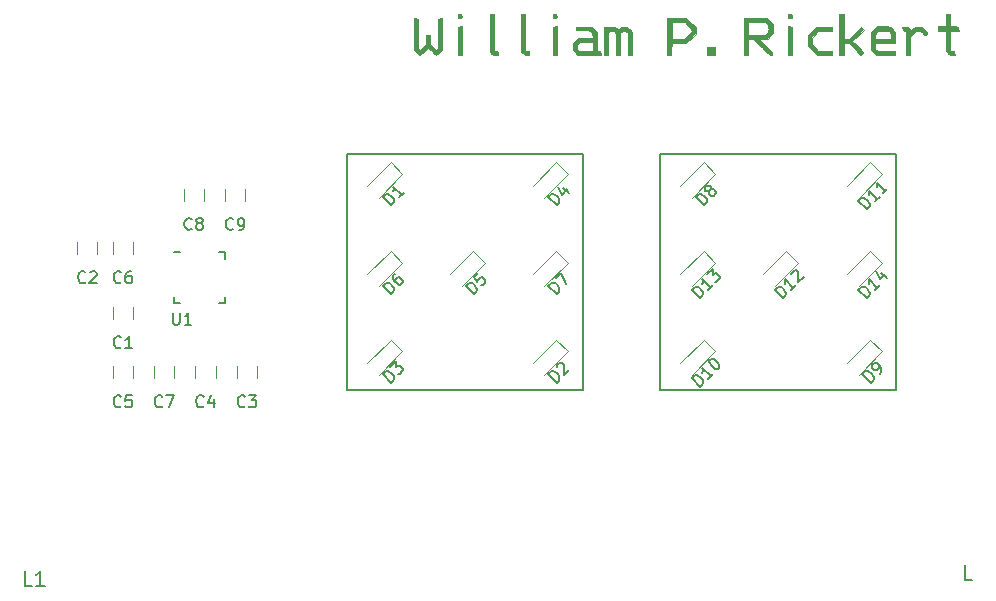
<source format=gbr>
G04 #@! TF.GenerationSoftware,KiCad,Pcbnew,5.0.1*
G04 #@! TF.CreationDate,2019-01-01T22:39:03-06:00*
G04 #@! TF.ProjectId,Layout,4C61796F75742E6B696361645F706362,rev?*
G04 #@! TF.SameCoordinates,Original*
G04 #@! TF.FileFunction,Legend,Top*
G04 #@! TF.FilePolarity,Positive*
%FSLAX46Y46*%
G04 Gerber Fmt 4.6, Leading zero omitted, Abs format (unit mm)*
G04 Created by KiCad (PCBNEW 5.0.1) date Tue 01 Jan 2019 10:39:03 PM CST*
%MOMM*%
%LPD*%
G01*
G04 APERTURE LIST*
%ADD10C,0.200000*%
%ADD11C,0.010000*%
%ADD12C,0.120000*%
%ADD13C,0.150000*%
G04 APERTURE END LIST*
D10*
X143500000Y-110500000D02*
X163500000Y-110500000D01*
X163500000Y-90500000D02*
X143500000Y-90500000D01*
X163500000Y-110500000D02*
X163500000Y-90500000D01*
X143500000Y-90500000D02*
X143500000Y-110500000D01*
X190000000Y-110500000D02*
X170000000Y-110500000D01*
X170000000Y-90500000D02*
X190000000Y-90500000D01*
X170000000Y-90500000D02*
X170000000Y-110500000D01*
X190000000Y-110500000D02*
X190000000Y-90500000D01*
D11*
G04 #@! TO.C,G\002A\002A\002A*
G36*
X181095387Y-78692074D02*
X181143549Y-78720588D01*
X181155926Y-78797985D01*
X181156333Y-78857334D01*
X181152260Y-78965721D01*
X181123745Y-79013882D01*
X181046348Y-79026260D01*
X180987000Y-79026667D01*
X180878613Y-79022593D01*
X180830451Y-78994079D01*
X180818074Y-78916682D01*
X180817667Y-78857334D01*
X180821740Y-78748946D01*
X180850255Y-78700785D01*
X180927652Y-78688407D01*
X180987000Y-78688000D01*
X181095387Y-78692074D01*
X181095387Y-78692074D01*
G37*
X181095387Y-78692074D02*
X181143549Y-78720588D01*
X181155926Y-78797985D01*
X181156333Y-78857334D01*
X181152260Y-78965721D01*
X181123745Y-79013882D01*
X181046348Y-79026260D01*
X180987000Y-79026667D01*
X180878613Y-79022593D01*
X180830451Y-78994079D01*
X180818074Y-78916682D01*
X180817667Y-78857334D01*
X180821740Y-78748946D01*
X180850255Y-78700785D01*
X180927652Y-78688407D01*
X180987000Y-78688000D01*
X181095387Y-78692074D01*
G36*
X161156387Y-78692074D02*
X161204549Y-78720588D01*
X161216926Y-78797985D01*
X161217333Y-78857334D01*
X161213260Y-78965721D01*
X161184745Y-79013882D01*
X161107348Y-79026260D01*
X161048000Y-79026667D01*
X160939613Y-79022593D01*
X160891451Y-78994079D01*
X160879074Y-78916682D01*
X160878667Y-78857334D01*
X160882740Y-78748946D01*
X160911255Y-78700785D01*
X160988652Y-78688407D01*
X161048000Y-78688000D01*
X161156387Y-78692074D01*
X161156387Y-78692074D01*
G37*
X161156387Y-78692074D02*
X161204549Y-78720588D01*
X161216926Y-78797985D01*
X161217333Y-78857334D01*
X161213260Y-78965721D01*
X161184745Y-79013882D01*
X161107348Y-79026260D01*
X161048000Y-79026667D01*
X160939613Y-79022593D01*
X160891451Y-78994079D01*
X160879074Y-78916682D01*
X160878667Y-78857334D01*
X160882740Y-78748946D01*
X160911255Y-78700785D01*
X160988652Y-78688407D01*
X161048000Y-78688000D01*
X161156387Y-78692074D01*
G36*
X153113054Y-78692074D02*
X153161215Y-78720588D01*
X153173593Y-78797985D01*
X153174000Y-78857334D01*
X153169926Y-78965721D01*
X153141412Y-79013882D01*
X153064015Y-79026260D01*
X153004667Y-79026667D01*
X152896279Y-79022593D01*
X152848118Y-78994079D01*
X152835740Y-78916682D01*
X152835333Y-78857334D01*
X152839407Y-78748946D01*
X152867921Y-78700785D01*
X152945318Y-78688407D01*
X153004667Y-78688000D01*
X153113054Y-78692074D01*
X153113054Y-78692074D01*
G37*
X153113054Y-78692074D02*
X153161215Y-78720588D01*
X153173593Y-78797985D01*
X153174000Y-78857334D01*
X153169926Y-78965721D01*
X153141412Y-79013882D01*
X153064015Y-79026260D01*
X153004667Y-79026667D01*
X152896279Y-79022593D01*
X152848118Y-78994079D01*
X152835740Y-78916682D01*
X152835333Y-78857334D01*
X152839407Y-78748946D01*
X152867921Y-78700785D01*
X152945318Y-78688407D01*
X153004667Y-78688000D01*
X153113054Y-78692074D01*
G36*
X194533667Y-79700576D02*
X194882917Y-79712871D01*
X195232167Y-79725167D01*
X195245184Y-79905084D01*
X195258201Y-80085000D01*
X194533667Y-80085000D01*
X194534315Y-80878750D01*
X194536133Y-81131653D01*
X194540799Y-81356631D01*
X194547771Y-81539485D01*
X194556510Y-81666019D01*
X194566435Y-81721973D01*
X194626669Y-81759068D01*
X194731998Y-81783976D01*
X194745703Y-81785473D01*
X194843636Y-81802462D01*
X194888368Y-81846507D01*
X194905519Y-81945112D01*
X194906639Y-81958250D01*
X194919777Y-82117000D01*
X194688774Y-82117000D01*
X194548109Y-82111612D01*
X194456652Y-82085746D01*
X194379155Y-82024844D01*
X194326385Y-81967360D01*
X194195000Y-81817721D01*
X194195000Y-80085000D01*
X193517667Y-80085000D01*
X193517667Y-79704000D01*
X194195000Y-79704000D01*
X194195000Y-78688000D01*
X194533667Y-78688000D01*
X194533667Y-79700576D01*
X194533667Y-79700576D01*
G37*
X194533667Y-79700576D02*
X194882917Y-79712871D01*
X195232167Y-79725167D01*
X195245184Y-79905084D01*
X195258201Y-80085000D01*
X194533667Y-80085000D01*
X194534315Y-80878750D01*
X194536133Y-81131653D01*
X194540799Y-81356631D01*
X194547771Y-81539485D01*
X194556510Y-81666019D01*
X194566435Y-81721973D01*
X194626669Y-81759068D01*
X194731998Y-81783976D01*
X194745703Y-81785473D01*
X194843636Y-81802462D01*
X194888368Y-81846507D01*
X194905519Y-81945112D01*
X194906639Y-81958250D01*
X194919777Y-82117000D01*
X194688774Y-82117000D01*
X194548109Y-82111612D01*
X194456652Y-82085746D01*
X194379155Y-82024844D01*
X194326385Y-81967360D01*
X194195000Y-81817721D01*
X194195000Y-80085000D01*
X193517667Y-80085000D01*
X193517667Y-79704000D01*
X194195000Y-79704000D01*
X194195000Y-78688000D01*
X194533667Y-78688000D01*
X194533667Y-79700576D01*
G36*
X190885193Y-79778205D02*
X191030930Y-79867539D01*
X191117061Y-80004917D01*
X191123532Y-80027403D01*
X191151912Y-80140479D01*
X191351993Y-79943406D01*
X191459686Y-79840448D01*
X191541302Y-79781556D01*
X191627851Y-79754421D01*
X191750340Y-79746733D01*
X191848400Y-79746334D01*
X192144725Y-79746334D01*
X192365529Y-79969915D01*
X192498856Y-80118137D01*
X192569514Y-80232134D01*
X192586333Y-80308581D01*
X192578384Y-80382525D01*
X192538491Y-80415399D01*
X192442586Y-80423560D01*
X192417000Y-80423667D01*
X192293377Y-80410526D01*
X192247859Y-80371688D01*
X192247667Y-80368087D01*
X192219215Y-80304831D01*
X192148823Y-80218594D01*
X192128933Y-80198754D01*
X192001958Y-80111305D01*
X191849467Y-80085036D01*
X191841960Y-80085000D01*
X191753443Y-80091290D01*
X191676497Y-80118252D01*
X191591407Y-80178025D01*
X191478458Y-80282746D01*
X191410360Y-80350722D01*
X191147000Y-80616445D01*
X191147000Y-82117000D01*
X190808333Y-82117000D01*
X190808333Y-81148517D01*
X190807865Y-80826380D01*
X190805248Y-80578687D01*
X190798660Y-80395213D01*
X190786283Y-80265738D01*
X190766296Y-80180037D01*
X190736878Y-80127889D01*
X190696210Y-80099069D01*
X190642471Y-80083356D01*
X190617833Y-80078620D01*
X190555909Y-80043118D01*
X190525396Y-79952512D01*
X190520028Y-79904731D01*
X190506889Y-79746334D01*
X190694235Y-79746334D01*
X190885193Y-79778205D01*
X190885193Y-79778205D01*
G37*
X190885193Y-79778205D02*
X191030930Y-79867539D01*
X191117061Y-80004917D01*
X191123532Y-80027403D01*
X191151912Y-80140479D01*
X191351993Y-79943406D01*
X191459686Y-79840448D01*
X191541302Y-79781556D01*
X191627851Y-79754421D01*
X191750340Y-79746733D01*
X191848400Y-79746334D01*
X192144725Y-79746334D01*
X192365529Y-79969915D01*
X192498856Y-80118137D01*
X192569514Y-80232134D01*
X192586333Y-80308581D01*
X192578384Y-80382525D01*
X192538491Y-80415399D01*
X192442586Y-80423560D01*
X192417000Y-80423667D01*
X192293377Y-80410526D01*
X192247859Y-80371688D01*
X192247667Y-80368087D01*
X192219215Y-80304831D01*
X192148823Y-80218594D01*
X192128933Y-80198754D01*
X192001958Y-80111305D01*
X191849467Y-80085036D01*
X191841960Y-80085000D01*
X191753443Y-80091290D01*
X191676497Y-80118252D01*
X191591407Y-80178025D01*
X191478458Y-80282746D01*
X191410360Y-80350722D01*
X191147000Y-80616445D01*
X191147000Y-82117000D01*
X190808333Y-82117000D01*
X190808333Y-81148517D01*
X190807865Y-80826380D01*
X190805248Y-80578687D01*
X190798660Y-80395213D01*
X190786283Y-80265738D01*
X190766296Y-80180037D01*
X190736878Y-80127889D01*
X190696210Y-80099069D01*
X190642471Y-80083356D01*
X190617833Y-80078620D01*
X190555909Y-80043118D01*
X190525396Y-79952512D01*
X190520028Y-79904731D01*
X190506889Y-79746334D01*
X190694235Y-79746334D01*
X190885193Y-79778205D01*
G36*
X188847274Y-79705500D02*
X189086307Y-79708491D01*
X189260131Y-79720352D01*
X189388177Y-79747918D01*
X189489876Y-79798025D01*
X189584662Y-79877508D01*
X189691966Y-79993201D01*
X189703961Y-80006830D01*
X189877000Y-80203826D01*
X189877000Y-81101000D01*
X188183667Y-81101000D01*
X188183667Y-81342100D01*
X188190397Y-81493610D01*
X188217683Y-81594690D01*
X188276163Y-81678995D01*
X188297420Y-81701934D01*
X188411174Y-81820667D01*
X189877000Y-81820667D01*
X189877000Y-82117000D01*
X188264706Y-82117000D01*
X187845000Y-81724414D01*
X187845000Y-80542400D01*
X188183667Y-80542400D01*
X188183667Y-80762334D01*
X189538333Y-80762334D01*
X189538333Y-80548953D01*
X189519285Y-80364822D01*
X189456167Y-80224973D01*
X189445705Y-80210286D01*
X189353078Y-80085000D01*
X188882126Y-80085000D01*
X188676109Y-80085864D01*
X188536426Y-80090937D01*
X188444745Y-80103942D01*
X188382734Y-80128602D01*
X188332062Y-80168639D01*
X188297420Y-80203733D01*
X188225451Y-80296307D01*
X188191699Y-80399983D01*
X188183667Y-80542400D01*
X187845000Y-80542400D01*
X187845000Y-80182555D01*
X188095857Y-79943277D01*
X188346714Y-79704000D01*
X188847274Y-79705500D01*
X188847274Y-79705500D01*
G37*
X188847274Y-79705500D02*
X189086307Y-79708491D01*
X189260131Y-79720352D01*
X189388177Y-79747918D01*
X189489876Y-79798025D01*
X189584662Y-79877508D01*
X189691966Y-79993201D01*
X189703961Y-80006830D01*
X189877000Y-80203826D01*
X189877000Y-81101000D01*
X188183667Y-81101000D01*
X188183667Y-81342100D01*
X188190397Y-81493610D01*
X188217683Y-81594690D01*
X188276163Y-81678995D01*
X188297420Y-81701934D01*
X188411174Y-81820667D01*
X189877000Y-81820667D01*
X189877000Y-82117000D01*
X188264706Y-82117000D01*
X187845000Y-81724414D01*
X187845000Y-80542400D01*
X188183667Y-80542400D01*
X188183667Y-80762334D01*
X189538333Y-80762334D01*
X189538333Y-80548953D01*
X189519285Y-80364822D01*
X189456167Y-80224973D01*
X189445705Y-80210286D01*
X189353078Y-80085000D01*
X188882126Y-80085000D01*
X188676109Y-80085864D01*
X188536426Y-80090937D01*
X188444745Y-80103942D01*
X188382734Y-80128602D01*
X188332062Y-80168639D01*
X188297420Y-80203733D01*
X188225451Y-80296307D01*
X188191699Y-80399983D01*
X188183667Y-80542400D01*
X187845000Y-80542400D01*
X187845000Y-80182555D01*
X188095857Y-79943277D01*
X188346714Y-79704000D01*
X188847274Y-79705500D01*
G36*
X185516667Y-80762334D02*
X185962490Y-80762334D01*
X186468358Y-80255144D01*
X186974226Y-79747955D01*
X187093133Y-79861875D01*
X187212040Y-79975796D01*
X186264250Y-80926282D01*
X186715958Y-81397676D01*
X186871699Y-81562171D01*
X187004217Y-81705889D01*
X187103408Y-81817572D01*
X187159169Y-81885963D01*
X187167667Y-81900989D01*
X187139568Y-81948506D01*
X187070645Y-82023338D01*
X187057820Y-82035538D01*
X186947973Y-82138167D01*
X186454570Y-81618246D01*
X185961167Y-81098324D01*
X185516667Y-81101000D01*
X185516667Y-82117000D01*
X185135667Y-82117000D01*
X185135667Y-78688000D01*
X185516667Y-78688000D01*
X185516667Y-80762334D01*
X185516667Y-80762334D01*
G37*
X185516667Y-80762334D02*
X185962490Y-80762334D01*
X186468358Y-80255144D01*
X186974226Y-79747955D01*
X187093133Y-79861875D01*
X187212040Y-79975796D01*
X186264250Y-80926282D01*
X186715958Y-81397676D01*
X186871699Y-81562171D01*
X187004217Y-81705889D01*
X187103408Y-81817572D01*
X187159169Y-81885963D01*
X187167667Y-81900989D01*
X187139568Y-81948506D01*
X187070645Y-82023338D01*
X187057820Y-82035538D01*
X186947973Y-82138167D01*
X186454570Y-81618246D01*
X185961167Y-81098324D01*
X185516667Y-81101000D01*
X185516667Y-82117000D01*
X185135667Y-82117000D01*
X185135667Y-78688000D01*
X185516667Y-78688000D01*
X185516667Y-80762334D01*
G36*
X184521833Y-80063834D02*
X183950333Y-80075636D01*
X183378833Y-80087439D01*
X182807333Y-80654229D01*
X182807333Y-81209104D01*
X183093083Y-81492500D01*
X183378833Y-81775895D01*
X183950333Y-81787698D01*
X184521833Y-81799500D01*
X184548111Y-82117000D01*
X183250161Y-82117000D01*
X182859414Y-81724621D01*
X182468667Y-81332243D01*
X182468667Y-80527828D01*
X182861045Y-80137081D01*
X183253424Y-79746334D01*
X184548111Y-79746334D01*
X184521833Y-80063834D01*
X184521833Y-80063834D01*
G37*
X184521833Y-80063834D02*
X183950333Y-80075636D01*
X183378833Y-80087439D01*
X182807333Y-80654229D01*
X182807333Y-81209104D01*
X183093083Y-81492500D01*
X183378833Y-81775895D01*
X183950333Y-81787698D01*
X184521833Y-81799500D01*
X184548111Y-82117000D01*
X183250161Y-82117000D01*
X182859414Y-81724621D01*
X182468667Y-81332243D01*
X182468667Y-80527828D01*
X182861045Y-80137081D01*
X183253424Y-79746334D01*
X184548111Y-79746334D01*
X184521833Y-80063834D01*
G36*
X181135167Y-79725167D02*
X181146409Y-80921084D01*
X181157652Y-82117000D01*
X180817667Y-82117000D01*
X180817667Y-79698889D01*
X181135167Y-79725167D01*
X181135167Y-79725167D01*
G37*
X181135167Y-79725167D02*
X181146409Y-80921084D01*
X181157652Y-82117000D01*
X180817667Y-82117000D01*
X180817667Y-79698889D01*
X181135167Y-79725167D01*
G36*
X178055417Y-79027594D02*
X179018500Y-79028520D01*
X179261917Y-79256805D01*
X179505333Y-79485089D01*
X179505333Y-80302962D01*
X179296474Y-80522064D01*
X179087615Y-80741167D01*
X178742683Y-80762334D01*
X178397751Y-80783500D01*
X178951542Y-81361695D01*
X179172123Y-81595822D01*
X179334052Y-81778050D01*
X179440551Y-81914269D01*
X179494843Y-82010371D01*
X179500152Y-82072249D01*
X179459700Y-82105793D01*
X179376710Y-82116896D01*
X179364709Y-82117000D01*
X179313350Y-82111576D01*
X179257552Y-82090458D01*
X179188592Y-82046381D01*
X179097745Y-81972076D01*
X178976287Y-81860278D01*
X178815493Y-81703719D01*
X178606638Y-81495132D01*
X178551515Y-81439667D01*
X177878945Y-80762334D01*
X177431000Y-80762334D01*
X177431000Y-82117000D01*
X177092333Y-82117000D01*
X177092333Y-79365334D01*
X177431000Y-79365334D01*
X177431000Y-80423667D01*
X178887469Y-80423667D01*
X179027068Y-80288362D01*
X179106374Y-80203193D01*
X179148238Y-80123473D01*
X179164382Y-80016483D01*
X179166667Y-79898794D01*
X179161701Y-79748227D01*
X179139127Y-79648589D01*
X179087432Y-79566362D01*
X179031362Y-79504932D01*
X178896058Y-79365334D01*
X177431000Y-79365334D01*
X177092333Y-79365334D01*
X177092333Y-79026667D01*
X178055417Y-79027594D01*
X178055417Y-79027594D01*
G37*
X178055417Y-79027594D02*
X179018500Y-79028520D01*
X179261917Y-79256805D01*
X179505333Y-79485089D01*
X179505333Y-80302962D01*
X179296474Y-80522064D01*
X179087615Y-80741167D01*
X178742683Y-80762334D01*
X178397751Y-80783500D01*
X178951542Y-81361695D01*
X179172123Y-81595822D01*
X179334052Y-81778050D01*
X179440551Y-81914269D01*
X179494843Y-82010371D01*
X179500152Y-82072249D01*
X179459700Y-82105793D01*
X179376710Y-82116896D01*
X179364709Y-82117000D01*
X179313350Y-82111576D01*
X179257552Y-82090458D01*
X179188592Y-82046381D01*
X179097745Y-81972076D01*
X178976287Y-81860278D01*
X178815493Y-81703719D01*
X178606638Y-81495132D01*
X178551515Y-81439667D01*
X177878945Y-80762334D01*
X177431000Y-80762334D01*
X177431000Y-82117000D01*
X177092333Y-82117000D01*
X177092333Y-79365334D01*
X177431000Y-79365334D01*
X177431000Y-80423667D01*
X178887469Y-80423667D01*
X179027068Y-80288362D01*
X179106374Y-80203193D01*
X179148238Y-80123473D01*
X179164382Y-80016483D01*
X179166667Y-79898794D01*
X179161701Y-79748227D01*
X179139127Y-79648589D01*
X179087432Y-79566362D01*
X179031362Y-79504932D01*
X178896058Y-79365334D01*
X177431000Y-79365334D01*
X177092333Y-79365334D01*
X177092333Y-79026667D01*
X178055417Y-79027594D01*
G36*
X174637000Y-82117000D02*
X173959667Y-82117000D01*
X173959667Y-81439667D01*
X174637000Y-81439667D01*
X174637000Y-82117000D01*
X174637000Y-82117000D01*
G37*
X174637000Y-82117000D02*
X173959667Y-82117000D01*
X173959667Y-81439667D01*
X174637000Y-81439667D01*
X174637000Y-82117000D01*
G36*
X166069688Y-79733132D02*
X166165678Y-79754188D01*
X166247698Y-79807552D01*
X166307937Y-79863076D01*
X166450202Y-80000985D01*
X166572188Y-79873659D01*
X166650670Y-79801461D01*
X166729408Y-79763167D01*
X166839572Y-79748340D01*
X166952428Y-79746334D01*
X167093265Y-79749359D01*
X167188503Y-79767597D01*
X167269194Y-79814784D01*
X167366389Y-79904663D01*
X167410175Y-79948871D01*
X167609667Y-80151408D01*
X167609667Y-82117000D01*
X167271000Y-82117000D01*
X167271000Y-81193046D01*
X167270750Y-80890627D01*
X167269260Y-80661347D01*
X167265417Y-80493680D01*
X167258110Y-80376099D01*
X167246228Y-80297077D01*
X167228660Y-80245088D01*
X167204292Y-80208605D01*
X167173021Y-80177046D01*
X167034896Y-80097698D01*
X166884566Y-80097784D01*
X166737125Y-80176592D01*
X166712400Y-80198754D01*
X166593667Y-80312507D01*
X166593667Y-82117000D01*
X166255000Y-82117000D01*
X166255000Y-81223952D01*
X166254511Y-80924914D01*
X166252345Y-80698342D01*
X166247450Y-80532037D01*
X166238774Y-80413801D01*
X166225268Y-80331435D01*
X166205878Y-80272740D01*
X166179556Y-80225518D01*
X166167451Y-80207952D01*
X166053096Y-80107566D01*
X165916785Y-80084352D01*
X165771963Y-80138573D01*
X165696400Y-80198754D01*
X165577667Y-80312507D01*
X165577667Y-82117000D01*
X165239000Y-82117000D01*
X165239000Y-79741477D01*
X165461250Y-79740560D01*
X165641104Y-79738585D01*
X165841258Y-79734636D01*
X165924585Y-79732405D01*
X166069688Y-79733132D01*
X166069688Y-79733132D01*
G37*
X166069688Y-79733132D02*
X166165678Y-79754188D01*
X166247698Y-79807552D01*
X166307937Y-79863076D01*
X166450202Y-80000985D01*
X166572188Y-79873659D01*
X166650670Y-79801461D01*
X166729408Y-79763167D01*
X166839572Y-79748340D01*
X166952428Y-79746334D01*
X167093265Y-79749359D01*
X167188503Y-79767597D01*
X167269194Y-79814784D01*
X167366389Y-79904663D01*
X167410175Y-79948871D01*
X167609667Y-80151408D01*
X167609667Y-82117000D01*
X167271000Y-82117000D01*
X167271000Y-81193046D01*
X167270750Y-80890627D01*
X167269260Y-80661347D01*
X167265417Y-80493680D01*
X167258110Y-80376099D01*
X167246228Y-80297077D01*
X167228660Y-80245088D01*
X167204292Y-80208605D01*
X167173021Y-80177046D01*
X167034896Y-80097698D01*
X166884566Y-80097784D01*
X166737125Y-80176592D01*
X166712400Y-80198754D01*
X166593667Y-80312507D01*
X166593667Y-82117000D01*
X166255000Y-82117000D01*
X166255000Y-81223952D01*
X166254511Y-80924914D01*
X166252345Y-80698342D01*
X166247450Y-80532037D01*
X166238774Y-80413801D01*
X166225268Y-80331435D01*
X166205878Y-80272740D01*
X166179556Y-80225518D01*
X166167451Y-80207952D01*
X166053096Y-80107566D01*
X165916785Y-80084352D01*
X165771963Y-80138573D01*
X165696400Y-80198754D01*
X165577667Y-80312507D01*
X165577667Y-82117000D01*
X165239000Y-82117000D01*
X165239000Y-79741477D01*
X165461250Y-79740560D01*
X165641104Y-79738585D01*
X165841258Y-79734636D01*
X165924585Y-79732405D01*
X166069688Y-79733132D01*
G36*
X164395081Y-79944269D02*
X164604000Y-80163372D01*
X164604000Y-81820667D01*
X164773333Y-81820667D01*
X164881751Y-81825152D01*
X164929933Y-81852848D01*
X164942288Y-81925113D01*
X164942667Y-81968834D01*
X164942667Y-82117000D01*
X162960846Y-82117000D01*
X162766423Y-81900755D01*
X162663001Y-81781195D01*
X162604793Y-81691111D01*
X162578837Y-81598461D01*
X162572472Y-81476893D01*
X162910371Y-81476893D01*
X162970384Y-81634557D01*
X163024420Y-81701934D01*
X163079788Y-81753770D01*
X163139838Y-81789687D01*
X163218813Y-81811208D01*
X163330957Y-81819854D01*
X163490511Y-81817149D01*
X163711718Y-81804615D01*
X163877830Y-81793161D01*
X164265333Y-81765655D01*
X164265333Y-81058667D01*
X163706733Y-81058667D01*
X163479407Y-81059288D01*
X163320341Y-81062988D01*
X163213128Y-81072522D01*
X163141363Y-81090646D01*
X163088639Y-81120115D01*
X163038550Y-81163684D01*
X163029400Y-81172420D01*
X162930091Y-81317716D01*
X162910371Y-81476893D01*
X162572472Y-81476893D01*
X162572174Y-81471202D01*
X162572000Y-81420062D01*
X162572000Y-81155615D01*
X162802299Y-80937808D01*
X163032598Y-80720000D01*
X164265333Y-80720000D01*
X164265333Y-80495087D01*
X164257945Y-80350094D01*
X164227554Y-80253897D01*
X164161821Y-80171300D01*
X164146600Y-80156420D01*
X164096464Y-80111078D01*
X164046502Y-80079737D01*
X163980784Y-80059813D01*
X163883378Y-80048722D01*
X163738353Y-80043877D01*
X163529776Y-80042694D01*
X163445545Y-80042667D01*
X162863222Y-80042667D01*
X162889500Y-79725167D01*
X164186161Y-79725167D01*
X164395081Y-79944269D01*
X164395081Y-79944269D01*
G37*
X164395081Y-79944269D02*
X164604000Y-80163372D01*
X164604000Y-81820667D01*
X164773333Y-81820667D01*
X164881751Y-81825152D01*
X164929933Y-81852848D01*
X164942288Y-81925113D01*
X164942667Y-81968834D01*
X164942667Y-82117000D01*
X162960846Y-82117000D01*
X162766423Y-81900755D01*
X162663001Y-81781195D01*
X162604793Y-81691111D01*
X162578837Y-81598461D01*
X162572472Y-81476893D01*
X162910371Y-81476893D01*
X162970384Y-81634557D01*
X163024420Y-81701934D01*
X163079788Y-81753770D01*
X163139838Y-81789687D01*
X163218813Y-81811208D01*
X163330957Y-81819854D01*
X163490511Y-81817149D01*
X163711718Y-81804615D01*
X163877830Y-81793161D01*
X164265333Y-81765655D01*
X164265333Y-81058667D01*
X163706733Y-81058667D01*
X163479407Y-81059288D01*
X163320341Y-81062988D01*
X163213128Y-81072522D01*
X163141363Y-81090646D01*
X163088639Y-81120115D01*
X163038550Y-81163684D01*
X163029400Y-81172420D01*
X162930091Y-81317716D01*
X162910371Y-81476893D01*
X162572472Y-81476893D01*
X162572174Y-81471202D01*
X162572000Y-81420062D01*
X162572000Y-81155615D01*
X162802299Y-80937808D01*
X163032598Y-80720000D01*
X164265333Y-80720000D01*
X164265333Y-80495087D01*
X164257945Y-80350094D01*
X164227554Y-80253897D01*
X164161821Y-80171300D01*
X164146600Y-80156420D01*
X164096464Y-80111078D01*
X164046502Y-80079737D01*
X163980784Y-80059813D01*
X163883378Y-80048722D01*
X163738353Y-80043877D01*
X163529776Y-80042694D01*
X163445545Y-80042667D01*
X162863222Y-80042667D01*
X162889500Y-79725167D01*
X164186161Y-79725167D01*
X164395081Y-79944269D01*
G36*
X161217333Y-82117000D02*
X160877348Y-82117000D01*
X160888591Y-80921084D01*
X160899833Y-79725167D01*
X161217333Y-79698889D01*
X161217333Y-82117000D01*
X161217333Y-82117000D01*
G37*
X161217333Y-82117000D02*
X160877348Y-82117000D01*
X160888591Y-80921084D01*
X160899833Y-79725167D01*
X161217333Y-79698889D01*
X161217333Y-82117000D01*
G36*
X158560388Y-80222584D02*
X158571500Y-81757167D01*
X158730250Y-81770306D01*
X158832510Y-81784123D01*
X158877505Y-81820353D01*
X158888713Y-81905606D01*
X158889000Y-81950222D01*
X158889000Y-82117000D01*
X158685638Y-82117000D01*
X158546476Y-82107497D01*
X158448228Y-82067245D01*
X158348165Y-81978632D01*
X158346971Y-81977401D01*
X158211667Y-81837803D01*
X158211667Y-78688000D01*
X158549277Y-78688000D01*
X158560388Y-80222584D01*
X158560388Y-80222584D01*
G37*
X158560388Y-80222584D02*
X158571500Y-81757167D01*
X158730250Y-81770306D01*
X158832510Y-81784123D01*
X158877505Y-81820353D01*
X158888713Y-81905606D01*
X158889000Y-81950222D01*
X158889000Y-82117000D01*
X158685638Y-82117000D01*
X158546476Y-82107497D01*
X158448228Y-82067245D01*
X158348165Y-81978632D01*
X158346971Y-81977401D01*
X158211667Y-81837803D01*
X158211667Y-78688000D01*
X158549277Y-78688000D01*
X158560388Y-80222584D01*
G36*
X155893388Y-80222584D02*
X155904500Y-81757167D01*
X156063250Y-81770306D01*
X156165510Y-81784123D01*
X156210505Y-81820353D01*
X156221713Y-81905606D01*
X156222000Y-81950222D01*
X156222000Y-82117000D01*
X155997087Y-82117000D01*
X155852094Y-82109612D01*
X155755897Y-82079221D01*
X155673300Y-82013488D01*
X155658420Y-81998267D01*
X155544667Y-81879534D01*
X155544667Y-78688000D01*
X155882277Y-78688000D01*
X155893388Y-80222584D01*
X155893388Y-80222584D01*
G37*
X155893388Y-80222584D02*
X155904500Y-81757167D01*
X156063250Y-81770306D01*
X156165510Y-81784123D01*
X156210505Y-81820353D01*
X156221713Y-81905606D01*
X156222000Y-81950222D01*
X156222000Y-82117000D01*
X155997087Y-82117000D01*
X155852094Y-82109612D01*
X155755897Y-82079221D01*
X155673300Y-82013488D01*
X155658420Y-81998267D01*
X155544667Y-81879534D01*
X155544667Y-78688000D01*
X155882277Y-78688000D01*
X155893388Y-80222584D01*
G36*
X153174000Y-82117000D02*
X152834015Y-82117000D01*
X152845257Y-80921084D01*
X152856500Y-79725167D01*
X153174000Y-79698889D01*
X153174000Y-82117000D01*
X153174000Y-82117000D01*
G37*
X153174000Y-82117000D02*
X152834015Y-82117000D01*
X152845257Y-80921084D01*
X152856500Y-79725167D01*
X153174000Y-79698889D01*
X153174000Y-82117000D01*
G36*
X172589536Y-79415465D02*
X172986000Y-79804264D01*
X172986000Y-80319506D01*
X172201242Y-81101000D01*
X170956606Y-81101000D01*
X170944719Y-81619584D01*
X170932833Y-82138167D01*
X170783153Y-82150765D01*
X170675277Y-82151387D01*
X170607467Y-82136375D01*
X170603237Y-82133126D01*
X170596314Y-82085262D01*
X170589949Y-81962383D01*
X170584328Y-81774139D01*
X170579636Y-81530181D01*
X170576060Y-81240158D01*
X170573786Y-80913723D01*
X170573000Y-80564778D01*
X170573000Y-79365334D01*
X170954000Y-79365334D01*
X170954000Y-80762334D01*
X172073708Y-80762334D01*
X172360521Y-80477719D01*
X172521287Y-80310030D01*
X172617251Y-80178178D01*
X172648462Y-80063879D01*
X172614967Y-79948845D01*
X172516816Y-79814790D01*
X172362719Y-79652146D01*
X172078104Y-79365334D01*
X170954000Y-79365334D01*
X170573000Y-79365334D01*
X170573000Y-79026667D01*
X172193071Y-79026667D01*
X172589536Y-79415465D01*
X172589536Y-79415465D01*
G37*
X172589536Y-79415465D02*
X172986000Y-79804264D01*
X172986000Y-80319506D01*
X172201242Y-81101000D01*
X170956606Y-81101000D01*
X170944719Y-81619584D01*
X170932833Y-82138167D01*
X170783153Y-82150765D01*
X170675277Y-82151387D01*
X170607467Y-82136375D01*
X170603237Y-82133126D01*
X170596314Y-82085262D01*
X170589949Y-81962383D01*
X170584328Y-81774139D01*
X170579636Y-81530181D01*
X170576060Y-81240158D01*
X170573786Y-80913723D01*
X170573000Y-80564778D01*
X170573000Y-79365334D01*
X170954000Y-79365334D01*
X170954000Y-80762334D01*
X172073708Y-80762334D01*
X172360521Y-80477719D01*
X172521287Y-80310030D01*
X172617251Y-80178178D01*
X172648462Y-80063879D01*
X172614967Y-79948845D01*
X172516816Y-79814790D01*
X172362719Y-79652146D01*
X172078104Y-79365334D01*
X170954000Y-79365334D01*
X170573000Y-79365334D01*
X170573000Y-79026667D01*
X172193071Y-79026667D01*
X172589536Y-79415465D01*
G36*
X151523000Y-81718016D02*
X151320462Y-81917508D01*
X151204904Y-82019423D01*
X151100967Y-82090677D01*
X151034712Y-82115157D01*
X150969659Y-82086880D01*
X150861319Y-82012185D01*
X150727015Y-81903773D01*
X150634284Y-81821505D01*
X150317068Y-81529696D01*
X149993562Y-81844515D01*
X149858558Y-81973441D01*
X149745507Y-82076823D01*
X149668150Y-82142373D01*
X149641494Y-82159334D01*
X149599096Y-82132243D01*
X149513291Y-82060668D01*
X149401367Y-81959156D01*
X149382632Y-81941526D01*
X149152333Y-81723719D01*
X149152333Y-79021556D01*
X149469833Y-79047834D01*
X149481059Y-80315210D01*
X149484757Y-80681413D01*
X149489021Y-80972245D01*
X149494416Y-81197005D01*
X149501510Y-81364988D01*
X149510869Y-81485491D01*
X149523059Y-81567810D01*
X149538648Y-81621243D01*
X149558201Y-81655087D01*
X149563066Y-81660800D01*
X149600010Y-81694821D01*
X149638334Y-81700551D01*
X149692712Y-81669888D01*
X149777822Y-81594726D01*
X149901091Y-81474146D01*
X150168333Y-81209279D01*
X150168333Y-80423667D01*
X150507000Y-80423667D01*
X150507000Y-81209279D01*
X150774242Y-81474146D01*
X150902334Y-81599299D01*
X150985699Y-81672224D01*
X151039012Y-81701027D01*
X151076948Y-81693809D01*
X151112267Y-81660800D01*
X151132763Y-81630005D01*
X151149171Y-81581655D01*
X151162057Y-81506455D01*
X151171987Y-81395106D01*
X151179528Y-81238313D01*
X151185247Y-81026779D01*
X151189710Y-80751206D01*
X151193484Y-80402299D01*
X151194274Y-80315210D01*
X151205500Y-79047834D01*
X151523000Y-79021556D01*
X151523000Y-81718016D01*
X151523000Y-81718016D01*
G37*
X151523000Y-81718016D02*
X151320462Y-81917508D01*
X151204904Y-82019423D01*
X151100967Y-82090677D01*
X151034712Y-82115157D01*
X150969659Y-82086880D01*
X150861319Y-82012185D01*
X150727015Y-81903773D01*
X150634284Y-81821505D01*
X150317068Y-81529696D01*
X149993562Y-81844515D01*
X149858558Y-81973441D01*
X149745507Y-82076823D01*
X149668150Y-82142373D01*
X149641494Y-82159334D01*
X149599096Y-82132243D01*
X149513291Y-82060668D01*
X149401367Y-81959156D01*
X149382632Y-81941526D01*
X149152333Y-81723719D01*
X149152333Y-79021556D01*
X149469833Y-79047834D01*
X149481059Y-80315210D01*
X149484757Y-80681413D01*
X149489021Y-80972245D01*
X149494416Y-81197005D01*
X149501510Y-81364988D01*
X149510869Y-81485491D01*
X149523059Y-81567810D01*
X149538648Y-81621243D01*
X149558201Y-81655087D01*
X149563066Y-81660800D01*
X149600010Y-81694821D01*
X149638334Y-81700551D01*
X149692712Y-81669888D01*
X149777822Y-81594726D01*
X149901091Y-81474146D01*
X150168333Y-81209279D01*
X150168333Y-80423667D01*
X150507000Y-80423667D01*
X150507000Y-81209279D01*
X150774242Y-81474146D01*
X150902334Y-81599299D01*
X150985699Y-81672224D01*
X151039012Y-81701027D01*
X151076948Y-81693809D01*
X151112267Y-81660800D01*
X151132763Y-81630005D01*
X151149171Y-81581655D01*
X151162057Y-81506455D01*
X151171987Y-81395106D01*
X151179528Y-81238313D01*
X151185247Y-81026779D01*
X151189710Y-80751206D01*
X151193484Y-80402299D01*
X151194274Y-80315210D01*
X151205500Y-79047834D01*
X151523000Y-79021556D01*
X151523000Y-81718016D01*
G36*
X181095387Y-78692074D02*
X181143549Y-78720588D01*
X181155926Y-78797985D01*
X181156333Y-78857334D01*
X181152260Y-78965721D01*
X181123745Y-79013882D01*
X181046348Y-79026260D01*
X180987000Y-79026667D01*
X180878613Y-79022593D01*
X180830451Y-78994079D01*
X180818074Y-78916682D01*
X180817667Y-78857334D01*
X180821740Y-78748946D01*
X180850255Y-78700785D01*
X180927652Y-78688407D01*
X180987000Y-78688000D01*
X181095387Y-78692074D01*
X181095387Y-78692074D01*
G37*
X181095387Y-78692074D02*
X181143549Y-78720588D01*
X181155926Y-78797985D01*
X181156333Y-78857334D01*
X181152260Y-78965721D01*
X181123745Y-79013882D01*
X181046348Y-79026260D01*
X180987000Y-79026667D01*
X180878613Y-79022593D01*
X180830451Y-78994079D01*
X180818074Y-78916682D01*
X180817667Y-78857334D01*
X180821740Y-78748946D01*
X180850255Y-78700785D01*
X180927652Y-78688407D01*
X180987000Y-78688000D01*
X181095387Y-78692074D01*
G36*
X161156387Y-78692074D02*
X161204549Y-78720588D01*
X161216926Y-78797985D01*
X161217333Y-78857334D01*
X161213260Y-78965721D01*
X161184745Y-79013882D01*
X161107348Y-79026260D01*
X161048000Y-79026667D01*
X160939613Y-79022593D01*
X160891451Y-78994079D01*
X160879074Y-78916682D01*
X160878667Y-78857334D01*
X160882740Y-78748946D01*
X160911255Y-78700785D01*
X160988652Y-78688407D01*
X161048000Y-78688000D01*
X161156387Y-78692074D01*
X161156387Y-78692074D01*
G37*
X161156387Y-78692074D02*
X161204549Y-78720588D01*
X161216926Y-78797985D01*
X161217333Y-78857334D01*
X161213260Y-78965721D01*
X161184745Y-79013882D01*
X161107348Y-79026260D01*
X161048000Y-79026667D01*
X160939613Y-79022593D01*
X160891451Y-78994079D01*
X160879074Y-78916682D01*
X160878667Y-78857334D01*
X160882740Y-78748946D01*
X160911255Y-78700785D01*
X160988652Y-78688407D01*
X161048000Y-78688000D01*
X161156387Y-78692074D01*
G36*
X153113054Y-78692074D02*
X153161215Y-78720588D01*
X153173593Y-78797985D01*
X153174000Y-78857334D01*
X153169926Y-78965721D01*
X153141412Y-79013882D01*
X153064015Y-79026260D01*
X153004667Y-79026667D01*
X152896279Y-79022593D01*
X152848118Y-78994079D01*
X152835740Y-78916682D01*
X152835333Y-78857334D01*
X152839407Y-78748946D01*
X152867921Y-78700785D01*
X152945318Y-78688407D01*
X153004667Y-78688000D01*
X153113054Y-78692074D01*
X153113054Y-78692074D01*
G37*
X153113054Y-78692074D02*
X153161215Y-78720588D01*
X153173593Y-78797985D01*
X153174000Y-78857334D01*
X153169926Y-78965721D01*
X153141412Y-79013882D01*
X153064015Y-79026260D01*
X153004667Y-79026667D01*
X152896279Y-79022593D01*
X152848118Y-78994079D01*
X152835740Y-78916682D01*
X152835333Y-78857334D01*
X152839407Y-78748946D01*
X152867921Y-78700785D01*
X152945318Y-78688407D01*
X153004667Y-78688000D01*
X153113054Y-78692074D01*
G36*
X194533667Y-79700576D02*
X194882917Y-79712871D01*
X195232167Y-79725167D01*
X195245184Y-79905084D01*
X195258201Y-80085000D01*
X194533667Y-80085000D01*
X194534315Y-80878750D01*
X194536133Y-81131653D01*
X194540799Y-81356631D01*
X194547771Y-81539485D01*
X194556510Y-81666019D01*
X194566435Y-81721973D01*
X194626669Y-81759068D01*
X194731998Y-81783976D01*
X194745703Y-81785473D01*
X194843636Y-81802462D01*
X194888368Y-81846507D01*
X194905519Y-81945112D01*
X194906639Y-81958250D01*
X194919777Y-82117000D01*
X194688774Y-82117000D01*
X194548109Y-82111612D01*
X194456652Y-82085746D01*
X194379155Y-82024844D01*
X194326385Y-81967360D01*
X194195000Y-81817721D01*
X194195000Y-80085000D01*
X193517667Y-80085000D01*
X193517667Y-79704000D01*
X194195000Y-79704000D01*
X194195000Y-78688000D01*
X194533667Y-78688000D01*
X194533667Y-79700576D01*
X194533667Y-79700576D01*
G37*
X194533667Y-79700576D02*
X194882917Y-79712871D01*
X195232167Y-79725167D01*
X195245184Y-79905084D01*
X195258201Y-80085000D01*
X194533667Y-80085000D01*
X194534315Y-80878750D01*
X194536133Y-81131653D01*
X194540799Y-81356631D01*
X194547771Y-81539485D01*
X194556510Y-81666019D01*
X194566435Y-81721973D01*
X194626669Y-81759068D01*
X194731998Y-81783976D01*
X194745703Y-81785473D01*
X194843636Y-81802462D01*
X194888368Y-81846507D01*
X194905519Y-81945112D01*
X194906639Y-81958250D01*
X194919777Y-82117000D01*
X194688774Y-82117000D01*
X194548109Y-82111612D01*
X194456652Y-82085746D01*
X194379155Y-82024844D01*
X194326385Y-81967360D01*
X194195000Y-81817721D01*
X194195000Y-80085000D01*
X193517667Y-80085000D01*
X193517667Y-79704000D01*
X194195000Y-79704000D01*
X194195000Y-78688000D01*
X194533667Y-78688000D01*
X194533667Y-79700576D01*
G36*
X190885193Y-79778205D02*
X191030930Y-79867539D01*
X191117061Y-80004917D01*
X191123532Y-80027403D01*
X191151912Y-80140479D01*
X191351993Y-79943406D01*
X191459686Y-79840448D01*
X191541302Y-79781556D01*
X191627851Y-79754421D01*
X191750340Y-79746733D01*
X191848400Y-79746334D01*
X192144725Y-79746334D01*
X192365529Y-79969915D01*
X192498856Y-80118137D01*
X192569514Y-80232134D01*
X192586333Y-80308581D01*
X192578384Y-80382525D01*
X192538491Y-80415399D01*
X192442586Y-80423560D01*
X192417000Y-80423667D01*
X192293377Y-80410526D01*
X192247859Y-80371688D01*
X192247667Y-80368087D01*
X192219215Y-80304831D01*
X192148823Y-80218594D01*
X192128933Y-80198754D01*
X192001958Y-80111305D01*
X191849467Y-80085036D01*
X191841960Y-80085000D01*
X191753443Y-80091290D01*
X191676497Y-80118252D01*
X191591407Y-80178025D01*
X191478458Y-80282746D01*
X191410360Y-80350722D01*
X191147000Y-80616445D01*
X191147000Y-82117000D01*
X190808333Y-82117000D01*
X190808333Y-81148517D01*
X190807865Y-80826380D01*
X190805248Y-80578687D01*
X190798660Y-80395213D01*
X190786283Y-80265738D01*
X190766296Y-80180037D01*
X190736878Y-80127889D01*
X190696210Y-80099069D01*
X190642471Y-80083356D01*
X190617833Y-80078620D01*
X190555909Y-80043118D01*
X190525396Y-79952512D01*
X190520028Y-79904731D01*
X190506889Y-79746334D01*
X190694235Y-79746334D01*
X190885193Y-79778205D01*
X190885193Y-79778205D01*
G37*
X190885193Y-79778205D02*
X191030930Y-79867539D01*
X191117061Y-80004917D01*
X191123532Y-80027403D01*
X191151912Y-80140479D01*
X191351993Y-79943406D01*
X191459686Y-79840448D01*
X191541302Y-79781556D01*
X191627851Y-79754421D01*
X191750340Y-79746733D01*
X191848400Y-79746334D01*
X192144725Y-79746334D01*
X192365529Y-79969915D01*
X192498856Y-80118137D01*
X192569514Y-80232134D01*
X192586333Y-80308581D01*
X192578384Y-80382525D01*
X192538491Y-80415399D01*
X192442586Y-80423560D01*
X192417000Y-80423667D01*
X192293377Y-80410526D01*
X192247859Y-80371688D01*
X192247667Y-80368087D01*
X192219215Y-80304831D01*
X192148823Y-80218594D01*
X192128933Y-80198754D01*
X192001958Y-80111305D01*
X191849467Y-80085036D01*
X191841960Y-80085000D01*
X191753443Y-80091290D01*
X191676497Y-80118252D01*
X191591407Y-80178025D01*
X191478458Y-80282746D01*
X191410360Y-80350722D01*
X191147000Y-80616445D01*
X191147000Y-82117000D01*
X190808333Y-82117000D01*
X190808333Y-81148517D01*
X190807865Y-80826380D01*
X190805248Y-80578687D01*
X190798660Y-80395213D01*
X190786283Y-80265738D01*
X190766296Y-80180037D01*
X190736878Y-80127889D01*
X190696210Y-80099069D01*
X190642471Y-80083356D01*
X190617833Y-80078620D01*
X190555909Y-80043118D01*
X190525396Y-79952512D01*
X190520028Y-79904731D01*
X190506889Y-79746334D01*
X190694235Y-79746334D01*
X190885193Y-79778205D01*
G36*
X188847274Y-79705500D02*
X189086307Y-79708491D01*
X189260131Y-79720352D01*
X189388177Y-79747918D01*
X189489876Y-79798025D01*
X189584662Y-79877508D01*
X189691966Y-79993201D01*
X189703961Y-80006830D01*
X189877000Y-80203826D01*
X189877000Y-81101000D01*
X188183667Y-81101000D01*
X188183667Y-81342100D01*
X188190397Y-81493610D01*
X188217683Y-81594690D01*
X188276163Y-81678995D01*
X188297420Y-81701934D01*
X188411174Y-81820667D01*
X189877000Y-81820667D01*
X189877000Y-82117000D01*
X188264706Y-82117000D01*
X187845000Y-81724414D01*
X187845000Y-80542400D01*
X188183667Y-80542400D01*
X188183667Y-80762334D01*
X189538333Y-80762334D01*
X189538333Y-80548953D01*
X189519285Y-80364822D01*
X189456167Y-80224973D01*
X189445705Y-80210286D01*
X189353078Y-80085000D01*
X188882126Y-80085000D01*
X188676109Y-80085864D01*
X188536426Y-80090937D01*
X188444745Y-80103942D01*
X188382734Y-80128602D01*
X188332062Y-80168639D01*
X188297420Y-80203733D01*
X188225451Y-80296307D01*
X188191699Y-80399983D01*
X188183667Y-80542400D01*
X187845000Y-80542400D01*
X187845000Y-80182555D01*
X188095857Y-79943277D01*
X188346714Y-79704000D01*
X188847274Y-79705500D01*
X188847274Y-79705500D01*
G37*
X188847274Y-79705500D02*
X189086307Y-79708491D01*
X189260131Y-79720352D01*
X189388177Y-79747918D01*
X189489876Y-79798025D01*
X189584662Y-79877508D01*
X189691966Y-79993201D01*
X189703961Y-80006830D01*
X189877000Y-80203826D01*
X189877000Y-81101000D01*
X188183667Y-81101000D01*
X188183667Y-81342100D01*
X188190397Y-81493610D01*
X188217683Y-81594690D01*
X188276163Y-81678995D01*
X188297420Y-81701934D01*
X188411174Y-81820667D01*
X189877000Y-81820667D01*
X189877000Y-82117000D01*
X188264706Y-82117000D01*
X187845000Y-81724414D01*
X187845000Y-80542400D01*
X188183667Y-80542400D01*
X188183667Y-80762334D01*
X189538333Y-80762334D01*
X189538333Y-80548953D01*
X189519285Y-80364822D01*
X189456167Y-80224973D01*
X189445705Y-80210286D01*
X189353078Y-80085000D01*
X188882126Y-80085000D01*
X188676109Y-80085864D01*
X188536426Y-80090937D01*
X188444745Y-80103942D01*
X188382734Y-80128602D01*
X188332062Y-80168639D01*
X188297420Y-80203733D01*
X188225451Y-80296307D01*
X188191699Y-80399983D01*
X188183667Y-80542400D01*
X187845000Y-80542400D01*
X187845000Y-80182555D01*
X188095857Y-79943277D01*
X188346714Y-79704000D01*
X188847274Y-79705500D01*
G36*
X185516667Y-80762334D02*
X185962490Y-80762334D01*
X186468358Y-80255144D01*
X186974226Y-79747955D01*
X187093133Y-79861875D01*
X187212040Y-79975796D01*
X186264250Y-80926282D01*
X186715958Y-81397676D01*
X186871699Y-81562171D01*
X187004217Y-81705889D01*
X187103408Y-81817572D01*
X187159169Y-81885963D01*
X187167667Y-81900989D01*
X187139568Y-81948506D01*
X187070645Y-82023338D01*
X187057820Y-82035538D01*
X186947973Y-82138167D01*
X186454570Y-81618246D01*
X185961167Y-81098324D01*
X185516667Y-81101000D01*
X185516667Y-82117000D01*
X185135667Y-82117000D01*
X185135667Y-78688000D01*
X185516667Y-78688000D01*
X185516667Y-80762334D01*
X185516667Y-80762334D01*
G37*
X185516667Y-80762334D02*
X185962490Y-80762334D01*
X186468358Y-80255144D01*
X186974226Y-79747955D01*
X187093133Y-79861875D01*
X187212040Y-79975796D01*
X186264250Y-80926282D01*
X186715958Y-81397676D01*
X186871699Y-81562171D01*
X187004217Y-81705889D01*
X187103408Y-81817572D01*
X187159169Y-81885963D01*
X187167667Y-81900989D01*
X187139568Y-81948506D01*
X187070645Y-82023338D01*
X187057820Y-82035538D01*
X186947973Y-82138167D01*
X186454570Y-81618246D01*
X185961167Y-81098324D01*
X185516667Y-81101000D01*
X185516667Y-82117000D01*
X185135667Y-82117000D01*
X185135667Y-78688000D01*
X185516667Y-78688000D01*
X185516667Y-80762334D01*
G36*
X184521833Y-80063834D02*
X183950333Y-80075636D01*
X183378833Y-80087439D01*
X182807333Y-80654229D01*
X182807333Y-81209104D01*
X183093083Y-81492500D01*
X183378833Y-81775895D01*
X183950333Y-81787698D01*
X184521833Y-81799500D01*
X184548111Y-82117000D01*
X183250161Y-82117000D01*
X182859414Y-81724621D01*
X182468667Y-81332243D01*
X182468667Y-80527828D01*
X182861045Y-80137081D01*
X183253424Y-79746334D01*
X184548111Y-79746334D01*
X184521833Y-80063834D01*
X184521833Y-80063834D01*
G37*
X184521833Y-80063834D02*
X183950333Y-80075636D01*
X183378833Y-80087439D01*
X182807333Y-80654229D01*
X182807333Y-81209104D01*
X183093083Y-81492500D01*
X183378833Y-81775895D01*
X183950333Y-81787698D01*
X184521833Y-81799500D01*
X184548111Y-82117000D01*
X183250161Y-82117000D01*
X182859414Y-81724621D01*
X182468667Y-81332243D01*
X182468667Y-80527828D01*
X182861045Y-80137081D01*
X183253424Y-79746334D01*
X184548111Y-79746334D01*
X184521833Y-80063834D01*
G36*
X181135167Y-79725167D02*
X181146409Y-80921084D01*
X181157652Y-82117000D01*
X180817667Y-82117000D01*
X180817667Y-79698889D01*
X181135167Y-79725167D01*
X181135167Y-79725167D01*
G37*
X181135167Y-79725167D02*
X181146409Y-80921084D01*
X181157652Y-82117000D01*
X180817667Y-82117000D01*
X180817667Y-79698889D01*
X181135167Y-79725167D01*
G36*
X178055417Y-79027594D02*
X179018500Y-79028520D01*
X179261917Y-79256805D01*
X179505333Y-79485089D01*
X179505333Y-80302962D01*
X179296474Y-80522064D01*
X179087615Y-80741167D01*
X178742683Y-80762334D01*
X178397751Y-80783500D01*
X178951542Y-81361695D01*
X179172123Y-81595822D01*
X179334052Y-81778050D01*
X179440551Y-81914269D01*
X179494843Y-82010371D01*
X179500152Y-82072249D01*
X179459700Y-82105793D01*
X179376710Y-82116896D01*
X179364709Y-82117000D01*
X179313350Y-82111576D01*
X179257552Y-82090458D01*
X179188592Y-82046381D01*
X179097745Y-81972076D01*
X178976287Y-81860278D01*
X178815493Y-81703719D01*
X178606638Y-81495132D01*
X178551515Y-81439667D01*
X177878945Y-80762334D01*
X177431000Y-80762334D01*
X177431000Y-82117000D01*
X177092333Y-82117000D01*
X177092333Y-79365334D01*
X177431000Y-79365334D01*
X177431000Y-80423667D01*
X178887469Y-80423667D01*
X179027068Y-80288362D01*
X179106374Y-80203193D01*
X179148238Y-80123473D01*
X179164382Y-80016483D01*
X179166667Y-79898794D01*
X179161701Y-79748227D01*
X179139127Y-79648589D01*
X179087432Y-79566362D01*
X179031362Y-79504932D01*
X178896058Y-79365334D01*
X177431000Y-79365334D01*
X177092333Y-79365334D01*
X177092333Y-79026667D01*
X178055417Y-79027594D01*
X178055417Y-79027594D01*
G37*
X178055417Y-79027594D02*
X179018500Y-79028520D01*
X179261917Y-79256805D01*
X179505333Y-79485089D01*
X179505333Y-80302962D01*
X179296474Y-80522064D01*
X179087615Y-80741167D01*
X178742683Y-80762334D01*
X178397751Y-80783500D01*
X178951542Y-81361695D01*
X179172123Y-81595822D01*
X179334052Y-81778050D01*
X179440551Y-81914269D01*
X179494843Y-82010371D01*
X179500152Y-82072249D01*
X179459700Y-82105793D01*
X179376710Y-82116896D01*
X179364709Y-82117000D01*
X179313350Y-82111576D01*
X179257552Y-82090458D01*
X179188592Y-82046381D01*
X179097745Y-81972076D01*
X178976287Y-81860278D01*
X178815493Y-81703719D01*
X178606638Y-81495132D01*
X178551515Y-81439667D01*
X177878945Y-80762334D01*
X177431000Y-80762334D01*
X177431000Y-82117000D01*
X177092333Y-82117000D01*
X177092333Y-79365334D01*
X177431000Y-79365334D01*
X177431000Y-80423667D01*
X178887469Y-80423667D01*
X179027068Y-80288362D01*
X179106374Y-80203193D01*
X179148238Y-80123473D01*
X179164382Y-80016483D01*
X179166667Y-79898794D01*
X179161701Y-79748227D01*
X179139127Y-79648589D01*
X179087432Y-79566362D01*
X179031362Y-79504932D01*
X178896058Y-79365334D01*
X177431000Y-79365334D01*
X177092333Y-79365334D01*
X177092333Y-79026667D01*
X178055417Y-79027594D01*
G36*
X174637000Y-82117000D02*
X173959667Y-82117000D01*
X173959667Y-81439667D01*
X174637000Y-81439667D01*
X174637000Y-82117000D01*
X174637000Y-82117000D01*
G37*
X174637000Y-82117000D02*
X173959667Y-82117000D01*
X173959667Y-81439667D01*
X174637000Y-81439667D01*
X174637000Y-82117000D01*
G36*
X166069688Y-79733132D02*
X166165678Y-79754188D01*
X166247698Y-79807552D01*
X166307937Y-79863076D01*
X166450202Y-80000985D01*
X166572188Y-79873659D01*
X166650670Y-79801461D01*
X166729408Y-79763167D01*
X166839572Y-79748340D01*
X166952428Y-79746334D01*
X167093265Y-79749359D01*
X167188503Y-79767597D01*
X167269194Y-79814784D01*
X167366389Y-79904663D01*
X167410175Y-79948871D01*
X167609667Y-80151408D01*
X167609667Y-82117000D01*
X167271000Y-82117000D01*
X167271000Y-81193046D01*
X167270750Y-80890627D01*
X167269260Y-80661347D01*
X167265417Y-80493680D01*
X167258110Y-80376099D01*
X167246228Y-80297077D01*
X167228660Y-80245088D01*
X167204292Y-80208605D01*
X167173021Y-80177046D01*
X167034896Y-80097698D01*
X166884566Y-80097784D01*
X166737125Y-80176592D01*
X166712400Y-80198754D01*
X166593667Y-80312507D01*
X166593667Y-82117000D01*
X166255000Y-82117000D01*
X166255000Y-81223952D01*
X166254511Y-80924914D01*
X166252345Y-80698342D01*
X166247450Y-80532037D01*
X166238774Y-80413801D01*
X166225268Y-80331435D01*
X166205878Y-80272740D01*
X166179556Y-80225518D01*
X166167451Y-80207952D01*
X166053096Y-80107566D01*
X165916785Y-80084352D01*
X165771963Y-80138573D01*
X165696400Y-80198754D01*
X165577667Y-80312507D01*
X165577667Y-82117000D01*
X165239000Y-82117000D01*
X165239000Y-79741477D01*
X165461250Y-79740560D01*
X165641104Y-79738585D01*
X165841258Y-79734636D01*
X165924585Y-79732405D01*
X166069688Y-79733132D01*
X166069688Y-79733132D01*
G37*
X166069688Y-79733132D02*
X166165678Y-79754188D01*
X166247698Y-79807552D01*
X166307937Y-79863076D01*
X166450202Y-80000985D01*
X166572188Y-79873659D01*
X166650670Y-79801461D01*
X166729408Y-79763167D01*
X166839572Y-79748340D01*
X166952428Y-79746334D01*
X167093265Y-79749359D01*
X167188503Y-79767597D01*
X167269194Y-79814784D01*
X167366389Y-79904663D01*
X167410175Y-79948871D01*
X167609667Y-80151408D01*
X167609667Y-82117000D01*
X167271000Y-82117000D01*
X167271000Y-81193046D01*
X167270750Y-80890627D01*
X167269260Y-80661347D01*
X167265417Y-80493680D01*
X167258110Y-80376099D01*
X167246228Y-80297077D01*
X167228660Y-80245088D01*
X167204292Y-80208605D01*
X167173021Y-80177046D01*
X167034896Y-80097698D01*
X166884566Y-80097784D01*
X166737125Y-80176592D01*
X166712400Y-80198754D01*
X166593667Y-80312507D01*
X166593667Y-82117000D01*
X166255000Y-82117000D01*
X166255000Y-81223952D01*
X166254511Y-80924914D01*
X166252345Y-80698342D01*
X166247450Y-80532037D01*
X166238774Y-80413801D01*
X166225268Y-80331435D01*
X166205878Y-80272740D01*
X166179556Y-80225518D01*
X166167451Y-80207952D01*
X166053096Y-80107566D01*
X165916785Y-80084352D01*
X165771963Y-80138573D01*
X165696400Y-80198754D01*
X165577667Y-80312507D01*
X165577667Y-82117000D01*
X165239000Y-82117000D01*
X165239000Y-79741477D01*
X165461250Y-79740560D01*
X165641104Y-79738585D01*
X165841258Y-79734636D01*
X165924585Y-79732405D01*
X166069688Y-79733132D01*
G36*
X164395081Y-79944269D02*
X164604000Y-80163372D01*
X164604000Y-81820667D01*
X164773333Y-81820667D01*
X164881751Y-81825152D01*
X164929933Y-81852848D01*
X164942288Y-81925113D01*
X164942667Y-81968834D01*
X164942667Y-82117000D01*
X162960846Y-82117000D01*
X162766423Y-81900755D01*
X162663001Y-81781195D01*
X162604793Y-81691111D01*
X162578837Y-81598461D01*
X162572472Y-81476893D01*
X162910371Y-81476893D01*
X162970384Y-81634557D01*
X163024420Y-81701934D01*
X163079788Y-81753770D01*
X163139838Y-81789687D01*
X163218813Y-81811208D01*
X163330957Y-81819854D01*
X163490511Y-81817149D01*
X163711718Y-81804615D01*
X163877830Y-81793161D01*
X164265333Y-81765655D01*
X164265333Y-81058667D01*
X163706733Y-81058667D01*
X163479407Y-81059288D01*
X163320341Y-81062988D01*
X163213128Y-81072522D01*
X163141363Y-81090646D01*
X163088639Y-81120115D01*
X163038550Y-81163684D01*
X163029400Y-81172420D01*
X162930091Y-81317716D01*
X162910371Y-81476893D01*
X162572472Y-81476893D01*
X162572174Y-81471202D01*
X162572000Y-81420062D01*
X162572000Y-81155615D01*
X162802299Y-80937808D01*
X163032598Y-80720000D01*
X164265333Y-80720000D01*
X164265333Y-80495087D01*
X164257945Y-80350094D01*
X164227554Y-80253897D01*
X164161821Y-80171300D01*
X164146600Y-80156420D01*
X164096464Y-80111078D01*
X164046502Y-80079737D01*
X163980784Y-80059813D01*
X163883378Y-80048722D01*
X163738353Y-80043877D01*
X163529776Y-80042694D01*
X163445545Y-80042667D01*
X162863222Y-80042667D01*
X162889500Y-79725167D01*
X164186161Y-79725167D01*
X164395081Y-79944269D01*
X164395081Y-79944269D01*
G37*
X164395081Y-79944269D02*
X164604000Y-80163372D01*
X164604000Y-81820667D01*
X164773333Y-81820667D01*
X164881751Y-81825152D01*
X164929933Y-81852848D01*
X164942288Y-81925113D01*
X164942667Y-81968834D01*
X164942667Y-82117000D01*
X162960846Y-82117000D01*
X162766423Y-81900755D01*
X162663001Y-81781195D01*
X162604793Y-81691111D01*
X162578837Y-81598461D01*
X162572472Y-81476893D01*
X162910371Y-81476893D01*
X162970384Y-81634557D01*
X163024420Y-81701934D01*
X163079788Y-81753770D01*
X163139838Y-81789687D01*
X163218813Y-81811208D01*
X163330957Y-81819854D01*
X163490511Y-81817149D01*
X163711718Y-81804615D01*
X163877830Y-81793161D01*
X164265333Y-81765655D01*
X164265333Y-81058667D01*
X163706733Y-81058667D01*
X163479407Y-81059288D01*
X163320341Y-81062988D01*
X163213128Y-81072522D01*
X163141363Y-81090646D01*
X163088639Y-81120115D01*
X163038550Y-81163684D01*
X163029400Y-81172420D01*
X162930091Y-81317716D01*
X162910371Y-81476893D01*
X162572472Y-81476893D01*
X162572174Y-81471202D01*
X162572000Y-81420062D01*
X162572000Y-81155615D01*
X162802299Y-80937808D01*
X163032598Y-80720000D01*
X164265333Y-80720000D01*
X164265333Y-80495087D01*
X164257945Y-80350094D01*
X164227554Y-80253897D01*
X164161821Y-80171300D01*
X164146600Y-80156420D01*
X164096464Y-80111078D01*
X164046502Y-80079737D01*
X163980784Y-80059813D01*
X163883378Y-80048722D01*
X163738353Y-80043877D01*
X163529776Y-80042694D01*
X163445545Y-80042667D01*
X162863222Y-80042667D01*
X162889500Y-79725167D01*
X164186161Y-79725167D01*
X164395081Y-79944269D01*
G36*
X161217333Y-82117000D02*
X160877348Y-82117000D01*
X160888591Y-80921084D01*
X160899833Y-79725167D01*
X161217333Y-79698889D01*
X161217333Y-82117000D01*
X161217333Y-82117000D01*
G37*
X161217333Y-82117000D02*
X160877348Y-82117000D01*
X160888591Y-80921084D01*
X160899833Y-79725167D01*
X161217333Y-79698889D01*
X161217333Y-82117000D01*
G36*
X158560388Y-80222584D02*
X158571500Y-81757167D01*
X158730250Y-81770306D01*
X158832510Y-81784123D01*
X158877505Y-81820353D01*
X158888713Y-81905606D01*
X158889000Y-81950222D01*
X158889000Y-82117000D01*
X158685638Y-82117000D01*
X158546476Y-82107497D01*
X158448228Y-82067245D01*
X158348165Y-81978632D01*
X158346971Y-81977401D01*
X158211667Y-81837803D01*
X158211667Y-78688000D01*
X158549277Y-78688000D01*
X158560388Y-80222584D01*
X158560388Y-80222584D01*
G37*
X158560388Y-80222584D02*
X158571500Y-81757167D01*
X158730250Y-81770306D01*
X158832510Y-81784123D01*
X158877505Y-81820353D01*
X158888713Y-81905606D01*
X158889000Y-81950222D01*
X158889000Y-82117000D01*
X158685638Y-82117000D01*
X158546476Y-82107497D01*
X158448228Y-82067245D01*
X158348165Y-81978632D01*
X158346971Y-81977401D01*
X158211667Y-81837803D01*
X158211667Y-78688000D01*
X158549277Y-78688000D01*
X158560388Y-80222584D01*
G36*
X155893388Y-80222584D02*
X155904500Y-81757167D01*
X156063250Y-81770306D01*
X156165510Y-81784123D01*
X156210505Y-81820353D01*
X156221713Y-81905606D01*
X156222000Y-81950222D01*
X156222000Y-82117000D01*
X155997087Y-82117000D01*
X155852094Y-82109612D01*
X155755897Y-82079221D01*
X155673300Y-82013488D01*
X155658420Y-81998267D01*
X155544667Y-81879534D01*
X155544667Y-78688000D01*
X155882277Y-78688000D01*
X155893388Y-80222584D01*
X155893388Y-80222584D01*
G37*
X155893388Y-80222584D02*
X155904500Y-81757167D01*
X156063250Y-81770306D01*
X156165510Y-81784123D01*
X156210505Y-81820353D01*
X156221713Y-81905606D01*
X156222000Y-81950222D01*
X156222000Y-82117000D01*
X155997087Y-82117000D01*
X155852094Y-82109612D01*
X155755897Y-82079221D01*
X155673300Y-82013488D01*
X155658420Y-81998267D01*
X155544667Y-81879534D01*
X155544667Y-78688000D01*
X155882277Y-78688000D01*
X155893388Y-80222584D01*
G36*
X153174000Y-82117000D02*
X152834015Y-82117000D01*
X152845257Y-80921084D01*
X152856500Y-79725167D01*
X153174000Y-79698889D01*
X153174000Y-82117000D01*
X153174000Y-82117000D01*
G37*
X153174000Y-82117000D02*
X152834015Y-82117000D01*
X152845257Y-80921084D01*
X152856500Y-79725167D01*
X153174000Y-79698889D01*
X153174000Y-82117000D01*
G36*
X172589536Y-79415465D02*
X172986000Y-79804264D01*
X172986000Y-80319506D01*
X172201242Y-81101000D01*
X170956606Y-81101000D01*
X170944719Y-81619584D01*
X170932833Y-82138167D01*
X170783153Y-82150765D01*
X170675277Y-82151387D01*
X170607467Y-82136375D01*
X170603237Y-82133126D01*
X170596314Y-82085262D01*
X170589949Y-81962383D01*
X170584328Y-81774139D01*
X170579636Y-81530181D01*
X170576060Y-81240158D01*
X170573786Y-80913723D01*
X170573000Y-80564778D01*
X170573000Y-79365334D01*
X170954000Y-79365334D01*
X170954000Y-80762334D01*
X172073708Y-80762334D01*
X172360521Y-80477719D01*
X172521287Y-80310030D01*
X172617251Y-80178178D01*
X172648462Y-80063879D01*
X172614967Y-79948845D01*
X172516816Y-79814790D01*
X172362719Y-79652146D01*
X172078104Y-79365334D01*
X170954000Y-79365334D01*
X170573000Y-79365334D01*
X170573000Y-79026667D01*
X172193071Y-79026667D01*
X172589536Y-79415465D01*
X172589536Y-79415465D01*
G37*
X172589536Y-79415465D02*
X172986000Y-79804264D01*
X172986000Y-80319506D01*
X172201242Y-81101000D01*
X170956606Y-81101000D01*
X170944719Y-81619584D01*
X170932833Y-82138167D01*
X170783153Y-82150765D01*
X170675277Y-82151387D01*
X170607467Y-82136375D01*
X170603237Y-82133126D01*
X170596314Y-82085262D01*
X170589949Y-81962383D01*
X170584328Y-81774139D01*
X170579636Y-81530181D01*
X170576060Y-81240158D01*
X170573786Y-80913723D01*
X170573000Y-80564778D01*
X170573000Y-79365334D01*
X170954000Y-79365334D01*
X170954000Y-80762334D01*
X172073708Y-80762334D01*
X172360521Y-80477719D01*
X172521287Y-80310030D01*
X172617251Y-80178178D01*
X172648462Y-80063879D01*
X172614967Y-79948845D01*
X172516816Y-79814790D01*
X172362719Y-79652146D01*
X172078104Y-79365334D01*
X170954000Y-79365334D01*
X170573000Y-79365334D01*
X170573000Y-79026667D01*
X172193071Y-79026667D01*
X172589536Y-79415465D01*
G36*
X151523000Y-81718016D02*
X151320462Y-81917508D01*
X151204904Y-82019423D01*
X151100967Y-82090677D01*
X151034712Y-82115157D01*
X150969659Y-82086880D01*
X150861319Y-82012185D01*
X150727015Y-81903773D01*
X150634284Y-81821505D01*
X150317068Y-81529696D01*
X149993562Y-81844515D01*
X149858558Y-81973441D01*
X149745507Y-82076823D01*
X149668150Y-82142373D01*
X149641494Y-82159334D01*
X149599096Y-82132243D01*
X149513291Y-82060668D01*
X149401367Y-81959156D01*
X149382632Y-81941526D01*
X149152333Y-81723719D01*
X149152333Y-79021556D01*
X149469833Y-79047834D01*
X149481059Y-80315210D01*
X149484757Y-80681413D01*
X149489021Y-80972245D01*
X149494416Y-81197005D01*
X149501510Y-81364988D01*
X149510869Y-81485491D01*
X149523059Y-81567810D01*
X149538648Y-81621243D01*
X149558201Y-81655087D01*
X149563066Y-81660800D01*
X149600010Y-81694821D01*
X149638334Y-81700551D01*
X149692712Y-81669888D01*
X149777822Y-81594726D01*
X149901091Y-81474146D01*
X150168333Y-81209279D01*
X150168333Y-80423667D01*
X150507000Y-80423667D01*
X150507000Y-81209279D01*
X150774242Y-81474146D01*
X150902334Y-81599299D01*
X150985699Y-81672224D01*
X151039012Y-81701027D01*
X151076948Y-81693809D01*
X151112267Y-81660800D01*
X151132763Y-81630005D01*
X151149171Y-81581655D01*
X151162057Y-81506455D01*
X151171987Y-81395106D01*
X151179528Y-81238313D01*
X151185247Y-81026779D01*
X151189710Y-80751206D01*
X151193484Y-80402299D01*
X151194274Y-80315210D01*
X151205500Y-79047834D01*
X151523000Y-79021556D01*
X151523000Y-81718016D01*
X151523000Y-81718016D01*
G37*
X151523000Y-81718016D02*
X151320462Y-81917508D01*
X151204904Y-82019423D01*
X151100967Y-82090677D01*
X151034712Y-82115157D01*
X150969659Y-82086880D01*
X150861319Y-82012185D01*
X150727015Y-81903773D01*
X150634284Y-81821505D01*
X150317068Y-81529696D01*
X149993562Y-81844515D01*
X149858558Y-81973441D01*
X149745507Y-82076823D01*
X149668150Y-82142373D01*
X149641494Y-82159334D01*
X149599096Y-82132243D01*
X149513291Y-82060668D01*
X149401367Y-81959156D01*
X149382632Y-81941526D01*
X149152333Y-81723719D01*
X149152333Y-79021556D01*
X149469833Y-79047834D01*
X149481059Y-80315210D01*
X149484757Y-80681413D01*
X149489021Y-80972245D01*
X149494416Y-81197005D01*
X149501510Y-81364988D01*
X149510869Y-81485491D01*
X149523059Y-81567810D01*
X149538648Y-81621243D01*
X149558201Y-81655087D01*
X149563066Y-81660800D01*
X149600010Y-81694821D01*
X149638334Y-81700551D01*
X149692712Y-81669888D01*
X149777822Y-81594726D01*
X149901091Y-81474146D01*
X150168333Y-81209279D01*
X150168333Y-80423667D01*
X150507000Y-80423667D01*
X150507000Y-81209279D01*
X150774242Y-81474146D01*
X150902334Y-81599299D01*
X150985699Y-81672224D01*
X151039012Y-81701027D01*
X151076948Y-81693809D01*
X151112267Y-81660800D01*
X151132763Y-81630005D01*
X151149171Y-81581655D01*
X151162057Y-81506455D01*
X151171987Y-81395106D01*
X151179528Y-81238313D01*
X151185247Y-81026779D01*
X151189710Y-80751206D01*
X151193484Y-80402299D01*
X151194274Y-80315210D01*
X151205500Y-79047834D01*
X151523000Y-79021556D01*
X151523000Y-81718016D01*
D12*
G04 #@! TO.C,C1*
X123650000Y-103500000D02*
X123650000Y-104500000D01*
X125350000Y-104500000D02*
X125350000Y-103500000D01*
G04 #@! TO.C,C2*
X122350000Y-99000000D02*
X122350000Y-98000000D01*
X120650000Y-98000000D02*
X120650000Y-99000000D01*
G04 #@! TO.C,C3*
X134150000Y-108500000D02*
X134150000Y-109500000D01*
X135850000Y-109500000D02*
X135850000Y-108500000D01*
G04 #@! TO.C,C4*
X132350000Y-109500000D02*
X132350000Y-108500000D01*
X130650000Y-108500000D02*
X130650000Y-109500000D01*
G04 #@! TO.C,C5*
X125350000Y-109500000D02*
X125350000Y-108500000D01*
X123650000Y-108500000D02*
X123650000Y-109500000D01*
G04 #@! TO.C,C6*
X125350000Y-99000000D02*
X125350000Y-98000000D01*
X123650000Y-98000000D02*
X123650000Y-99000000D01*
G04 #@! TO.C,C7*
X128850000Y-109500000D02*
X128850000Y-108500000D01*
X127150000Y-108500000D02*
X127150000Y-109500000D01*
G04 #@! TO.C,C8*
X129650000Y-93500000D02*
X129650000Y-94500000D01*
X131350000Y-94500000D02*
X131350000Y-93500000D01*
G04 #@! TO.C,C9*
X134850000Y-94500000D02*
X134850000Y-93500000D01*
X133150000Y-93500000D02*
X133150000Y-94500000D01*
G04 #@! TO.C,D1*
X148167768Y-92222183D02*
X147177818Y-91232233D01*
X147177818Y-91232233D02*
X145197919Y-93212132D01*
X148167768Y-92222183D02*
X146187869Y-94202082D01*
G04 #@! TO.C,D2*
X162167768Y-107222183D02*
X160187869Y-109202082D01*
X161177818Y-106232233D02*
X159197919Y-108212132D01*
X162167768Y-107222183D02*
X161177818Y-106232233D01*
G04 #@! TO.C,D3*
X148167768Y-107222183D02*
X146187869Y-109202082D01*
X147177818Y-106232233D02*
X145197919Y-108212132D01*
X148167768Y-107222183D02*
X147177818Y-106232233D01*
G04 #@! TO.C,D4*
X162167768Y-92222183D02*
X161177818Y-91232233D01*
X161177818Y-91232233D02*
X159197919Y-93212132D01*
X162167768Y-92222183D02*
X160187869Y-94202082D01*
G04 #@! TO.C,D5*
X155167768Y-99722183D02*
X154177818Y-98732233D01*
X154177818Y-98732233D02*
X152197919Y-100712132D01*
X155167768Y-99722183D02*
X153187869Y-101702082D01*
G04 #@! TO.C,D6*
X148167768Y-99722183D02*
X147177818Y-98732233D01*
X147177818Y-98732233D02*
X145197919Y-100712132D01*
X148167768Y-99722183D02*
X146187869Y-101702082D01*
G04 #@! TO.C,D7*
X162167768Y-99722183D02*
X160187869Y-101702082D01*
X161177818Y-98732233D02*
X159197919Y-100712132D01*
X162167768Y-99722183D02*
X161177818Y-98732233D01*
G04 #@! TO.C,D8*
X174667768Y-92222183D02*
X172687869Y-94202082D01*
X173677818Y-91232233D02*
X171697919Y-93212132D01*
X174667768Y-92222183D02*
X173677818Y-91232233D01*
G04 #@! TO.C,D9*
X188767767Y-107222183D02*
X187777817Y-106232233D01*
X187777817Y-106232233D02*
X185797918Y-108212132D01*
X188767767Y-107222183D02*
X186787868Y-109202082D01*
G04 #@! TO.C,D10*
X174667768Y-107222183D02*
X173677818Y-106232233D01*
X173677818Y-106232233D02*
X171697919Y-108212132D01*
X174667768Y-107222183D02*
X172687869Y-109202082D01*
G04 #@! TO.C,D11*
X188767767Y-92222183D02*
X186787868Y-94202082D01*
X187777817Y-91232233D02*
X185797918Y-93212132D01*
X188767767Y-92222183D02*
X187777817Y-91232233D01*
G04 #@! TO.C,D12*
X181667768Y-99722183D02*
X179687869Y-101702082D01*
X180677818Y-98732233D02*
X178697919Y-100712132D01*
X181667768Y-99722183D02*
X180677818Y-98732233D01*
G04 #@! TO.C,D13*
X174667768Y-99722183D02*
X172687869Y-101702082D01*
X173677818Y-98732233D02*
X171697919Y-100712132D01*
X174667768Y-99722183D02*
X173677818Y-98732233D01*
G04 #@! TO.C,D14*
X188767767Y-99722183D02*
X187777817Y-98732233D01*
X187777817Y-98732233D02*
X185797918Y-100712132D01*
X188767767Y-99722183D02*
X186787868Y-101702082D01*
D13*
G04 #@! TO.C,U1*
X133150000Y-98850000D02*
X133150000Y-99375000D01*
X128850000Y-103150000D02*
X128850000Y-102625000D01*
X133150000Y-103150000D02*
X133150000Y-102625000D01*
X128850000Y-98850000D02*
X129375000Y-98850000D01*
X128850000Y-103150000D02*
X129375000Y-103150000D01*
X133150000Y-103150000D02*
X132625000Y-103150000D01*
X133150000Y-98850000D02*
X132625000Y-98850000D01*
G04 #@! TO.C,L1*
X116788333Y-127074523D02*
X116183571Y-127074523D01*
X116183571Y-125804523D01*
X117876904Y-127074523D02*
X117151190Y-127074523D01*
X117514047Y-127074523D02*
X117514047Y-125804523D01*
X117393095Y-125985952D01*
X117272142Y-126106904D01*
X117151190Y-126167380D01*
X196393095Y-126574523D02*
X195788333Y-126574523D01*
X195788333Y-125304523D01*
G04 #@! TO.C,C1*
X124333333Y-106857142D02*
X124285714Y-106904761D01*
X124142857Y-106952380D01*
X124047619Y-106952380D01*
X123904761Y-106904761D01*
X123809523Y-106809523D01*
X123761904Y-106714285D01*
X123714285Y-106523809D01*
X123714285Y-106380952D01*
X123761904Y-106190476D01*
X123809523Y-106095238D01*
X123904761Y-106000000D01*
X124047619Y-105952380D01*
X124142857Y-105952380D01*
X124285714Y-106000000D01*
X124333333Y-106047619D01*
X125285714Y-106952380D02*
X124714285Y-106952380D01*
X125000000Y-106952380D02*
X125000000Y-105952380D01*
X124904761Y-106095238D01*
X124809523Y-106190476D01*
X124714285Y-106238095D01*
G04 #@! TO.C,C2*
X121333333Y-101357142D02*
X121285714Y-101404761D01*
X121142857Y-101452380D01*
X121047619Y-101452380D01*
X120904761Y-101404761D01*
X120809523Y-101309523D01*
X120761904Y-101214285D01*
X120714285Y-101023809D01*
X120714285Y-100880952D01*
X120761904Y-100690476D01*
X120809523Y-100595238D01*
X120904761Y-100500000D01*
X121047619Y-100452380D01*
X121142857Y-100452380D01*
X121285714Y-100500000D01*
X121333333Y-100547619D01*
X121714285Y-100547619D02*
X121761904Y-100500000D01*
X121857142Y-100452380D01*
X122095238Y-100452380D01*
X122190476Y-100500000D01*
X122238095Y-100547619D01*
X122285714Y-100642857D01*
X122285714Y-100738095D01*
X122238095Y-100880952D01*
X121666666Y-101452380D01*
X122285714Y-101452380D01*
G04 #@! TO.C,C3*
X134833333Y-111857142D02*
X134785714Y-111904761D01*
X134642857Y-111952380D01*
X134547619Y-111952380D01*
X134404761Y-111904761D01*
X134309523Y-111809523D01*
X134261904Y-111714285D01*
X134214285Y-111523809D01*
X134214285Y-111380952D01*
X134261904Y-111190476D01*
X134309523Y-111095238D01*
X134404761Y-111000000D01*
X134547619Y-110952380D01*
X134642857Y-110952380D01*
X134785714Y-111000000D01*
X134833333Y-111047619D01*
X135166666Y-110952380D02*
X135785714Y-110952380D01*
X135452380Y-111333333D01*
X135595238Y-111333333D01*
X135690476Y-111380952D01*
X135738095Y-111428571D01*
X135785714Y-111523809D01*
X135785714Y-111761904D01*
X135738095Y-111857142D01*
X135690476Y-111904761D01*
X135595238Y-111952380D01*
X135309523Y-111952380D01*
X135214285Y-111904761D01*
X135166666Y-111857142D01*
G04 #@! TO.C,C4*
X131333333Y-111857142D02*
X131285714Y-111904761D01*
X131142857Y-111952380D01*
X131047619Y-111952380D01*
X130904761Y-111904761D01*
X130809523Y-111809523D01*
X130761904Y-111714285D01*
X130714285Y-111523809D01*
X130714285Y-111380952D01*
X130761904Y-111190476D01*
X130809523Y-111095238D01*
X130904761Y-111000000D01*
X131047619Y-110952380D01*
X131142857Y-110952380D01*
X131285714Y-111000000D01*
X131333333Y-111047619D01*
X132190476Y-111285714D02*
X132190476Y-111952380D01*
X131952380Y-110904761D02*
X131714285Y-111619047D01*
X132333333Y-111619047D01*
G04 #@! TO.C,C5*
X124333333Y-111857142D02*
X124285714Y-111904761D01*
X124142857Y-111952380D01*
X124047619Y-111952380D01*
X123904761Y-111904761D01*
X123809523Y-111809523D01*
X123761904Y-111714285D01*
X123714285Y-111523809D01*
X123714285Y-111380952D01*
X123761904Y-111190476D01*
X123809523Y-111095238D01*
X123904761Y-111000000D01*
X124047619Y-110952380D01*
X124142857Y-110952380D01*
X124285714Y-111000000D01*
X124333333Y-111047619D01*
X125238095Y-110952380D02*
X124761904Y-110952380D01*
X124714285Y-111428571D01*
X124761904Y-111380952D01*
X124857142Y-111333333D01*
X125095238Y-111333333D01*
X125190476Y-111380952D01*
X125238095Y-111428571D01*
X125285714Y-111523809D01*
X125285714Y-111761904D01*
X125238095Y-111857142D01*
X125190476Y-111904761D01*
X125095238Y-111952380D01*
X124857142Y-111952380D01*
X124761904Y-111904761D01*
X124714285Y-111857142D01*
G04 #@! TO.C,C6*
X124333333Y-101357142D02*
X124285714Y-101404761D01*
X124142857Y-101452380D01*
X124047619Y-101452380D01*
X123904761Y-101404761D01*
X123809523Y-101309523D01*
X123761904Y-101214285D01*
X123714285Y-101023809D01*
X123714285Y-100880952D01*
X123761904Y-100690476D01*
X123809523Y-100595238D01*
X123904761Y-100500000D01*
X124047619Y-100452380D01*
X124142857Y-100452380D01*
X124285714Y-100500000D01*
X124333333Y-100547619D01*
X125190476Y-100452380D02*
X125000000Y-100452380D01*
X124904761Y-100500000D01*
X124857142Y-100547619D01*
X124761904Y-100690476D01*
X124714285Y-100880952D01*
X124714285Y-101261904D01*
X124761904Y-101357142D01*
X124809523Y-101404761D01*
X124904761Y-101452380D01*
X125095238Y-101452380D01*
X125190476Y-101404761D01*
X125238095Y-101357142D01*
X125285714Y-101261904D01*
X125285714Y-101023809D01*
X125238095Y-100928571D01*
X125190476Y-100880952D01*
X125095238Y-100833333D01*
X124904761Y-100833333D01*
X124809523Y-100880952D01*
X124761904Y-100928571D01*
X124714285Y-101023809D01*
G04 #@! TO.C,C7*
X127833333Y-111857142D02*
X127785714Y-111904761D01*
X127642857Y-111952380D01*
X127547619Y-111952380D01*
X127404761Y-111904761D01*
X127309523Y-111809523D01*
X127261904Y-111714285D01*
X127214285Y-111523809D01*
X127214285Y-111380952D01*
X127261904Y-111190476D01*
X127309523Y-111095238D01*
X127404761Y-111000000D01*
X127547619Y-110952380D01*
X127642857Y-110952380D01*
X127785714Y-111000000D01*
X127833333Y-111047619D01*
X128166666Y-110952380D02*
X128833333Y-110952380D01*
X128404761Y-111952380D01*
G04 #@! TO.C,C8*
X130333333Y-96857142D02*
X130285714Y-96904761D01*
X130142857Y-96952380D01*
X130047619Y-96952380D01*
X129904761Y-96904761D01*
X129809523Y-96809523D01*
X129761904Y-96714285D01*
X129714285Y-96523809D01*
X129714285Y-96380952D01*
X129761904Y-96190476D01*
X129809523Y-96095238D01*
X129904761Y-96000000D01*
X130047619Y-95952380D01*
X130142857Y-95952380D01*
X130285714Y-96000000D01*
X130333333Y-96047619D01*
X130904761Y-96380952D02*
X130809523Y-96333333D01*
X130761904Y-96285714D01*
X130714285Y-96190476D01*
X130714285Y-96142857D01*
X130761904Y-96047619D01*
X130809523Y-96000000D01*
X130904761Y-95952380D01*
X131095238Y-95952380D01*
X131190476Y-96000000D01*
X131238095Y-96047619D01*
X131285714Y-96142857D01*
X131285714Y-96190476D01*
X131238095Y-96285714D01*
X131190476Y-96333333D01*
X131095238Y-96380952D01*
X130904761Y-96380952D01*
X130809523Y-96428571D01*
X130761904Y-96476190D01*
X130714285Y-96571428D01*
X130714285Y-96761904D01*
X130761904Y-96857142D01*
X130809523Y-96904761D01*
X130904761Y-96952380D01*
X131095238Y-96952380D01*
X131190476Y-96904761D01*
X131238095Y-96857142D01*
X131285714Y-96761904D01*
X131285714Y-96571428D01*
X131238095Y-96476190D01*
X131190476Y-96428571D01*
X131095238Y-96380952D01*
G04 #@! TO.C,C9*
X133833333Y-96857142D02*
X133785714Y-96904761D01*
X133642857Y-96952380D01*
X133547619Y-96952380D01*
X133404761Y-96904761D01*
X133309523Y-96809523D01*
X133261904Y-96714285D01*
X133214285Y-96523809D01*
X133214285Y-96380952D01*
X133261904Y-96190476D01*
X133309523Y-96095238D01*
X133404761Y-96000000D01*
X133547619Y-95952380D01*
X133642857Y-95952380D01*
X133785714Y-96000000D01*
X133833333Y-96047619D01*
X134309523Y-96952380D02*
X134500000Y-96952380D01*
X134595238Y-96904761D01*
X134642857Y-96857142D01*
X134738095Y-96714285D01*
X134785714Y-96523809D01*
X134785714Y-96142857D01*
X134738095Y-96047619D01*
X134690476Y-96000000D01*
X134595238Y-95952380D01*
X134404761Y-95952380D01*
X134309523Y-96000000D01*
X134261904Y-96047619D01*
X134214285Y-96142857D01*
X134214285Y-96380952D01*
X134261904Y-96476190D01*
X134309523Y-96523809D01*
X134404761Y-96571428D01*
X134595238Y-96571428D01*
X134690476Y-96523809D01*
X134738095Y-96476190D01*
X134785714Y-96380952D01*
G04 #@! TO.C,D1*
X147223275Y-94867098D02*
X146516168Y-94159992D01*
X146684527Y-93991633D01*
X146819214Y-93924289D01*
X146953901Y-93924289D01*
X147054916Y-93957961D01*
X147223275Y-94058976D01*
X147324290Y-94159992D01*
X147425306Y-94328350D01*
X147458977Y-94429366D01*
X147458977Y-94564053D01*
X147391634Y-94698740D01*
X147223275Y-94867098D01*
X148300771Y-93789602D02*
X147896710Y-94193663D01*
X148098741Y-93991633D02*
X147391634Y-93284526D01*
X147425306Y-93452885D01*
X147425306Y-93587572D01*
X147391634Y-93688587D01*
G04 #@! TO.C,D2*
X161223275Y-109867098D02*
X160516168Y-109159992D01*
X160684527Y-108991633D01*
X160819214Y-108924289D01*
X160953901Y-108924289D01*
X161054916Y-108957961D01*
X161223275Y-109058976D01*
X161324290Y-109159992D01*
X161425306Y-109328350D01*
X161458977Y-109429366D01*
X161458977Y-109564053D01*
X161391634Y-109698740D01*
X161223275Y-109867098D01*
X161256947Y-108553900D02*
X161256947Y-108486556D01*
X161290618Y-108385541D01*
X161458977Y-108217182D01*
X161559993Y-108183511D01*
X161627336Y-108183511D01*
X161728351Y-108217182D01*
X161795695Y-108284526D01*
X161863038Y-108419213D01*
X161863038Y-109227335D01*
X162300771Y-108789602D01*
G04 #@! TO.C,D3*
X147223275Y-109867098D02*
X146516168Y-109159992D01*
X146684527Y-108991633D01*
X146819214Y-108924289D01*
X146953901Y-108924289D01*
X147054916Y-108957961D01*
X147223275Y-109058976D01*
X147324290Y-109159992D01*
X147425306Y-109328350D01*
X147458977Y-109429366D01*
X147458977Y-109564053D01*
X147391634Y-109698740D01*
X147223275Y-109867098D01*
X147155931Y-108520228D02*
X147593664Y-108082495D01*
X147627336Y-108587572D01*
X147728351Y-108486556D01*
X147829367Y-108452885D01*
X147896710Y-108452885D01*
X147997725Y-108486556D01*
X148166084Y-108654915D01*
X148199756Y-108755930D01*
X148199756Y-108823274D01*
X148166084Y-108924289D01*
X147964054Y-109126320D01*
X147863038Y-109159992D01*
X147795695Y-109159992D01*
G04 #@! TO.C,D4*
X161223275Y-94867098D02*
X160516168Y-94159992D01*
X160684527Y-93991633D01*
X160819214Y-93924289D01*
X160953901Y-93924289D01*
X161054916Y-93957961D01*
X161223275Y-94058976D01*
X161324290Y-94159992D01*
X161425306Y-94328350D01*
X161458977Y-94429366D01*
X161458977Y-94564053D01*
X161391634Y-94698740D01*
X161223275Y-94867098D01*
X161762023Y-93385541D02*
X162233428Y-93856946D01*
X161324290Y-93284526D02*
X161661008Y-93957961D01*
X162098741Y-93520228D01*
G04 #@! TO.C,D5*
X154223275Y-102367098D02*
X153516168Y-101659992D01*
X153684527Y-101491633D01*
X153819214Y-101424289D01*
X153953901Y-101424289D01*
X154054916Y-101457961D01*
X154223275Y-101558976D01*
X154324290Y-101659992D01*
X154425306Y-101828350D01*
X154458977Y-101929366D01*
X154458977Y-102064053D01*
X154391634Y-102198740D01*
X154223275Y-102367098D01*
X154559993Y-100616167D02*
X154223275Y-100952885D01*
X154526321Y-101323274D01*
X154526321Y-101255930D01*
X154559993Y-101154915D01*
X154728351Y-100986556D01*
X154829367Y-100952885D01*
X154896710Y-100952885D01*
X154997725Y-100986556D01*
X155166084Y-101154915D01*
X155199756Y-101255930D01*
X155199756Y-101323274D01*
X155166084Y-101424289D01*
X154997725Y-101592648D01*
X154896710Y-101626320D01*
X154829367Y-101626320D01*
G04 #@! TO.C,D6*
X147223275Y-102367098D02*
X146516168Y-101659992D01*
X146684527Y-101491633D01*
X146819214Y-101424289D01*
X146953901Y-101424289D01*
X147054916Y-101457961D01*
X147223275Y-101558976D01*
X147324290Y-101659992D01*
X147425306Y-101828350D01*
X147458977Y-101929366D01*
X147458977Y-102064053D01*
X147391634Y-102198740D01*
X147223275Y-102367098D01*
X147526321Y-100649839D02*
X147391634Y-100784526D01*
X147357962Y-100885541D01*
X147357962Y-100952885D01*
X147391634Y-101121243D01*
X147492649Y-101289602D01*
X147762023Y-101558976D01*
X147863038Y-101592648D01*
X147930382Y-101592648D01*
X148031397Y-101558976D01*
X148166084Y-101424289D01*
X148199756Y-101323274D01*
X148199756Y-101255930D01*
X148166084Y-101154915D01*
X147997725Y-100986556D01*
X147896710Y-100952885D01*
X147829367Y-100952885D01*
X147728351Y-100986556D01*
X147593664Y-101121243D01*
X147559993Y-101222259D01*
X147559993Y-101289602D01*
X147593664Y-101390617D01*
G04 #@! TO.C,D7*
X161223275Y-102367098D02*
X160516168Y-101659992D01*
X160684527Y-101491633D01*
X160819214Y-101424289D01*
X160953901Y-101424289D01*
X161054916Y-101457961D01*
X161223275Y-101558976D01*
X161324290Y-101659992D01*
X161425306Y-101828350D01*
X161458977Y-101929366D01*
X161458977Y-102064053D01*
X161391634Y-102198740D01*
X161223275Y-102367098D01*
X161155931Y-101020228D02*
X161627336Y-100548824D01*
X162031397Y-101558976D01*
G04 #@! TO.C,D8*
X173723275Y-94867098D02*
X173016168Y-94159992D01*
X173184527Y-93991633D01*
X173319214Y-93924289D01*
X173453901Y-93924289D01*
X173554916Y-93957961D01*
X173723275Y-94058976D01*
X173824290Y-94159992D01*
X173925306Y-94328350D01*
X173958977Y-94429366D01*
X173958977Y-94564053D01*
X173891634Y-94698740D01*
X173723275Y-94867098D01*
X174127336Y-93654915D02*
X174026321Y-93688587D01*
X173958977Y-93688587D01*
X173857962Y-93654915D01*
X173824290Y-93621243D01*
X173790618Y-93520228D01*
X173790618Y-93452885D01*
X173824290Y-93351869D01*
X173958977Y-93217182D01*
X174059993Y-93183511D01*
X174127336Y-93183511D01*
X174228351Y-93217182D01*
X174262023Y-93250854D01*
X174295695Y-93351869D01*
X174295695Y-93419213D01*
X174262023Y-93520228D01*
X174127336Y-93654915D01*
X174093664Y-93755930D01*
X174093664Y-93823274D01*
X174127336Y-93924289D01*
X174262023Y-94058976D01*
X174363038Y-94092648D01*
X174430382Y-94092648D01*
X174531397Y-94058976D01*
X174666084Y-93924289D01*
X174699756Y-93823274D01*
X174699756Y-93755930D01*
X174666084Y-93654915D01*
X174531397Y-93520228D01*
X174430382Y-93486556D01*
X174363038Y-93486556D01*
X174262023Y-93520228D01*
G04 #@! TO.C,D9*
X187823274Y-109867098D02*
X187116167Y-109159992D01*
X187284526Y-108991633D01*
X187419213Y-108924289D01*
X187553900Y-108924289D01*
X187654915Y-108957961D01*
X187823274Y-109058976D01*
X187924289Y-109159992D01*
X188025305Y-109328350D01*
X188058976Y-109429366D01*
X188058976Y-109564053D01*
X187991633Y-109698740D01*
X187823274Y-109867098D01*
X188564053Y-109126320D02*
X188698740Y-108991633D01*
X188732411Y-108890617D01*
X188732411Y-108823274D01*
X188698740Y-108654915D01*
X188597724Y-108486556D01*
X188328350Y-108217182D01*
X188227335Y-108183511D01*
X188159992Y-108183511D01*
X188058976Y-108217182D01*
X187924289Y-108351869D01*
X187890617Y-108452885D01*
X187890617Y-108520228D01*
X187924289Y-108621243D01*
X188092648Y-108789602D01*
X188193663Y-108823274D01*
X188261007Y-108823274D01*
X188362022Y-108789602D01*
X188496709Y-108654915D01*
X188530381Y-108553900D01*
X188530381Y-108486556D01*
X188496709Y-108385541D01*
G04 #@! TO.C,D10*
X173386557Y-110203816D02*
X172679451Y-109496709D01*
X172847809Y-109328350D01*
X172982496Y-109261007D01*
X173117183Y-109261007D01*
X173218199Y-109294679D01*
X173386557Y-109395694D01*
X173487573Y-109496709D01*
X173588588Y-109665068D01*
X173622260Y-109766083D01*
X173622260Y-109900770D01*
X173554916Y-110035457D01*
X173386557Y-110203816D01*
X174464054Y-109126320D02*
X174059993Y-109530381D01*
X174262023Y-109328350D02*
X173554916Y-108621243D01*
X173588588Y-108789602D01*
X173588588Y-108924289D01*
X173554916Y-109025305D01*
X174194680Y-107981480D02*
X174262023Y-107914137D01*
X174363038Y-107880465D01*
X174430382Y-107880465D01*
X174531397Y-107914137D01*
X174699756Y-108015152D01*
X174868115Y-108183511D01*
X174969130Y-108351869D01*
X175002802Y-108452885D01*
X175002802Y-108520228D01*
X174969130Y-108621243D01*
X174901786Y-108688587D01*
X174800771Y-108722259D01*
X174733428Y-108722259D01*
X174632412Y-108688587D01*
X174464054Y-108587572D01*
X174295695Y-108419213D01*
X174194680Y-108250854D01*
X174161008Y-108149839D01*
X174161008Y-108082495D01*
X174194680Y-107981480D01*
G04 #@! TO.C,D11*
X187486556Y-95203816D02*
X186779450Y-94496709D01*
X186947808Y-94328350D01*
X187082495Y-94261007D01*
X187217182Y-94261007D01*
X187318198Y-94294679D01*
X187486556Y-94395694D01*
X187587572Y-94496709D01*
X187688587Y-94665068D01*
X187722259Y-94766083D01*
X187722259Y-94900770D01*
X187654915Y-95035457D01*
X187486556Y-95203816D01*
X188564053Y-94126320D02*
X188159992Y-94530381D01*
X188362022Y-94328350D02*
X187654915Y-93621243D01*
X187688587Y-93789602D01*
X187688587Y-93924289D01*
X187654915Y-94025305D01*
X189237488Y-93452885D02*
X188833427Y-93856946D01*
X189035457Y-93654915D02*
X188328350Y-92947808D01*
X188362022Y-93116167D01*
X188362022Y-93250854D01*
X188328350Y-93351869D01*
G04 #@! TO.C,D12*
X180386557Y-102703816D02*
X179679451Y-101996709D01*
X179847809Y-101828350D01*
X179982496Y-101761007D01*
X180117183Y-101761007D01*
X180218199Y-101794679D01*
X180386557Y-101895694D01*
X180487573Y-101996709D01*
X180588588Y-102165068D01*
X180622260Y-102266083D01*
X180622260Y-102400770D01*
X180554916Y-102535457D01*
X180386557Y-102703816D01*
X181464054Y-101626320D02*
X181059993Y-102030381D01*
X181262023Y-101828350D02*
X180554916Y-101121243D01*
X180588588Y-101289602D01*
X180588588Y-101424289D01*
X180554916Y-101525305D01*
X181093664Y-100717182D02*
X181093664Y-100649839D01*
X181127336Y-100548824D01*
X181295695Y-100380465D01*
X181396710Y-100346793D01*
X181464054Y-100346793D01*
X181565069Y-100380465D01*
X181632412Y-100447808D01*
X181699756Y-100582495D01*
X181699756Y-101390617D01*
X182137489Y-100952885D01*
G04 #@! TO.C,D13*
X173386557Y-102703816D02*
X172679451Y-101996709D01*
X172847809Y-101828350D01*
X172982496Y-101761007D01*
X173117183Y-101761007D01*
X173218199Y-101794679D01*
X173386557Y-101895694D01*
X173487573Y-101996709D01*
X173588588Y-102165068D01*
X173622260Y-102266083D01*
X173622260Y-102400770D01*
X173554916Y-102535457D01*
X173386557Y-102703816D01*
X174464054Y-101626320D02*
X174059993Y-102030381D01*
X174262023Y-101828350D02*
X173554916Y-101121243D01*
X173588588Y-101289602D01*
X173588588Y-101424289D01*
X173554916Y-101525305D01*
X173992649Y-100683511D02*
X174430382Y-100245778D01*
X174464054Y-100750854D01*
X174565069Y-100649839D01*
X174666084Y-100616167D01*
X174733428Y-100616167D01*
X174834443Y-100649839D01*
X175002802Y-100818198D01*
X175036473Y-100919213D01*
X175036473Y-100986556D01*
X175002802Y-101087572D01*
X174800771Y-101289602D01*
X174699756Y-101323274D01*
X174632412Y-101323274D01*
G04 #@! TO.C,D14*
X187486556Y-102703816D02*
X186779450Y-101996709D01*
X186947808Y-101828350D01*
X187082495Y-101761007D01*
X187217182Y-101761007D01*
X187318198Y-101794679D01*
X187486556Y-101895694D01*
X187587572Y-101996709D01*
X187688587Y-102165068D01*
X187722259Y-102266083D01*
X187722259Y-102400770D01*
X187654915Y-102535457D01*
X187486556Y-102703816D01*
X188564053Y-101626320D02*
X188159992Y-102030381D01*
X188362022Y-101828350D02*
X187654915Y-101121243D01*
X187688587Y-101289602D01*
X187688587Y-101424289D01*
X187654915Y-101525305D01*
X188698740Y-100548824D02*
X189170144Y-101020228D01*
X188261007Y-100447808D02*
X188597724Y-101121243D01*
X189035457Y-100683511D01*
G04 #@! TO.C,U1*
X128738095Y-103952380D02*
X128738095Y-104761904D01*
X128785714Y-104857142D01*
X128833333Y-104904761D01*
X128928571Y-104952380D01*
X129119047Y-104952380D01*
X129214285Y-104904761D01*
X129261904Y-104857142D01*
X129309523Y-104761904D01*
X129309523Y-103952380D01*
X130309523Y-104952380D02*
X129738095Y-104952380D01*
X130023809Y-104952380D02*
X130023809Y-103952380D01*
X129928571Y-104095238D01*
X129833333Y-104190476D01*
X129738095Y-104238095D01*
G04 #@! TD*
M02*

</source>
